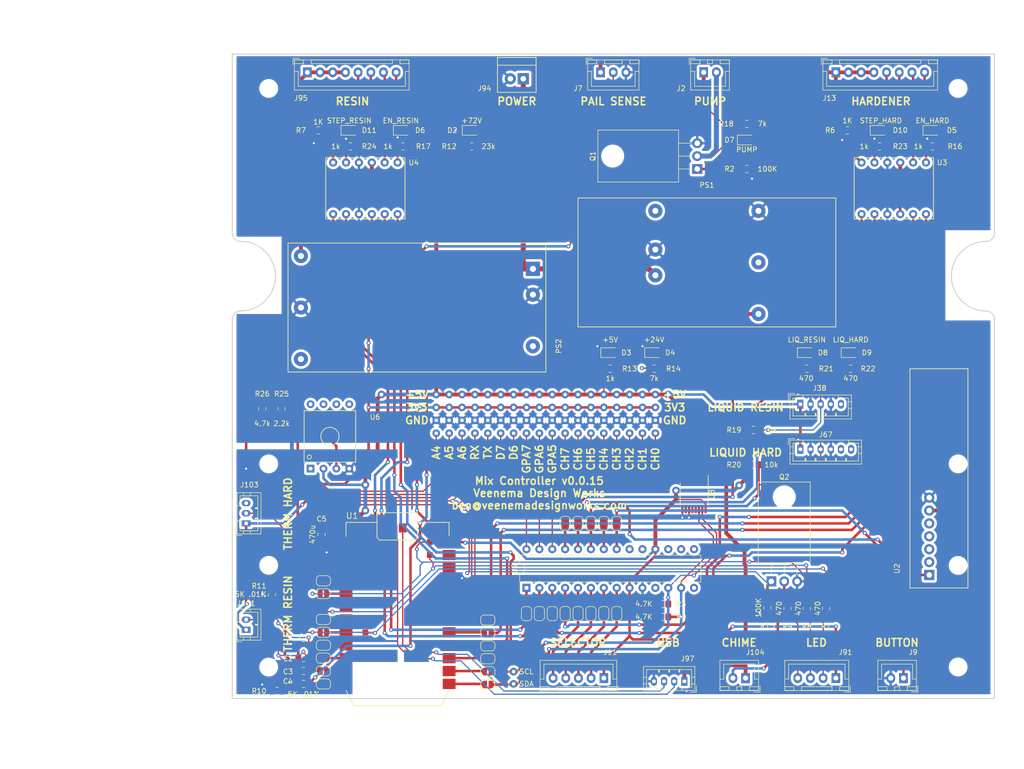
<source format=kicad_pcb>
(kicad_pcb (version 20221018) (generator pcbnew)
  (layers (0 "F.Cu" signal) (31 "B.Cu" signal) (34 "B.Paste" user) (35 "F.Paste" user) (36 "B.SilkS" user "B.Silkscreen") (37 "F.SilkS" user "F.Silkscreen") (38 "B.Mask" user) (39 "F.Mask" user) (44 "Edge.Cuts" user))
  (net 0 "")
  (net 1 "+24V")
  (net 2 "+5V")
  (net 3 "/PAIL_SNS")
  (net 4 "GND")
  (net 5 "/USER_BUTTON")
  (net 6 "+3V3")
  (net 7 "/ROTARY_1")
  (net 8 "/ROTARY_2")
  (net 9 "/ROTARY_3")
  (net 10 "/ROTARY_4")
  (net 11 "Net-(J13-Pad8)")
  (net 12 "Net-(J13-Pad7)")
  (net 13 "Net-(J13-Pad6)")
  (net 14 "Net-(J13-Pad5)")
  (net 15 "Net-(J42-Pad1)")
  (net 16 "Net-(J44-Pad1)")
  (net 17 "Net-(J72-Pad1)")
  (net 18 "Net-(J73-Pad1)")
  (net 19 "Net-(J74-Pad1)")
  (net 20 "Net-(J75-Pad1)")
  (net 21 "Net-(J76-Pad1)")
  (net 22 "Net-(J77-Pad1)")
  (net 23 "Net-(J78-Pad1)")
  (net 24 "Net-(J79-Pad1)")
  (net 25 "Net-(J80-Pad1)")
  (net 26 "Net-(J81-Pad1)")
  (net 27 "Net-(J82-Pad1)")
  (net 28 "Net-(J83-Pad1)")
  (net 29 "Net-(J84-Pad1)")
  (net 30 "Net-(J91-Pad2)")
  (net 31 "Net-(J91-Pad3)")
  (net 32 "+72V")
  (net 33 "Net-(J95-Pad5)")
  (net 34 "Net-(J95-Pad6)")
  (net 35 "Net-(J95-Pad7)")
  (net 36 "Net-(J95-Pad8)")
  (net 37 "/USB(+)")
  (net 38 "/USB(-)")
  (net 39 "/STATUS_LED_B")
  (net 40 "Net-(JP1-Pad2)")
  (net 41 "Net-(JP2-Pad2)")
  (net 42 "/STATUS_LED_G")
  (net 43 "Net-(JP3-Pad2)")
  (net 44 "/STATUS_LED_R")
  (net 45 "Net-(JP4-Pad2)")
  (net 46 "/PRESS_SNS")
  (net 47 "Net-(JP5-Pad2)")
  (net 48 "Net-(JP6-Pad2)")
  (net 49 "/RESIN_ENABLE")
  (net 50 "/RESIN_HLFB")
  (net 51 "Net-(JP7-Pad2)")
  (net 52 "/HARDENER_ENABLE")
  (net 53 "Net-(JP8-Pad2)")
  (net 54 "Net-(JP9-Pad2)")
  (net 55 "/HARDENER_HLFB")
  (net 56 "Net-(JP10-Pad2)")
  (net 57 "Net-(JP11-Pad2)")
  (net 58 "Net-(JP12-Pad2)")
  (net 59 "Net-(JP13-Pad2)")
  (net 60 "/PUMP_EN")
  (net 61 "Net-(JP14-Pad2)")
  (net 62 "Net-(JP15-Pad2)")
  (net 63 "/USER_REMOTE")
  (net 64 "Net-(JP16-Pad2)")
  (net 65 "Net-(JP17-Pad2)")
  (net 66 "Net-(JP18-Pad1)")
  (net 67 "Net-(JP19-Pad1)")
  (net 68 "Net-(JP20-Pad1)")
  (net 69 "Net-(JP21-Pad1)")
  (net 70 "/SCL")
  (net 71 "Net-(JP22-Pad1)")
  (net 72 "Net-(JP23-Pad1)")
  (net 73 "/SDA")
  (net 74 "Net-(U1-Pad25)")
  (net 75 "Net-(U1-Pad26)")
  (net 76 "Net-(U1-Pad22)")
  (net 77 "Net-(U1-Pad23)")
  (net 78 "Net-(U7-Pad15)")
  (net 79 "Net-(U7-Pad16)")
  (net 80 "Net-(U7-Pad17)")
  (net 81 "Net-(U7-Pad19)")
  (net 82 "Net-(U7-Pad20)")
  (net 83 "Net-(U8-Pad10)")
  (net 84 "Net-(U8-Pad12)")
  (net 85 "Net-(U8-Pad13)")
  (net 86 "Net-(PS1-Pad3)")
  (net 87 "Net-(PS2-Pad6)")
  (net 88 "Net-(PS2-Pad4)")
  (net 89 "Net-(U2-Pad2)")
  (net 90 "Net-(U2-Pad3)")
  (net 91 "Net-(U2-Pad4)")
  (net 92 "Net-(U2-Pad5)")
  (net 93 "Net-(U6-Pad1)")
  (net 94 "Net-(U6-Pad5)")
  (net 95 "Net-(U6-Pad6)")
  (net 96 "Net-(U6-Pad7)")
  (net 97 "Net-(U6-Pad8)")
  (net 98 "/THERM_HARDENER")
  (net 99 "Net-(JP24-Pad2)")
  (net 100 "Net-(JP25-Pad2)")
  (net 101 "/THERM_RESIN")
  (net 102 "Net-(U7-Pad11)")
  (net 103 "Net-(U7-Pad14)")
  (net 104 "Net-(J103-Pad3)")
  (net 105 "Net-(J91-Pad4)")
  (net 106 "Net-(D7-Pad1)")
  (net 107 "/CHIME")
  (net 108 "Net-(J104-Pad2)")
  (net 109 "/LIQUID_SNS_RESIN")
  (net 110 "/HARDENER_INPUT_STEP")
  (net 111 "/HARDENER_INPUT_DIR")
  (net 112 "/RESIN_INPUT_STEP")
  (net 113 "/RESIN_INPUT_DIR")
  (net 114 "Net-(JP26-Pad2)")
  (net 115 "Net-(JP27-Pad2)")
  (net 116 "/LIQUID_SNS_HARDENER")
  (net 117 "Net-(D8-Pad1)")
  (net 118 "Net-(D9-Pad1)")
  (net 119 "Net-(D2-Pad2)")
  (net 120 "Net-(D3-Pad2)")
  (net 121 "Net-(D4-Pad2)")
  (net 122 "Net-(D5-Pad2)")
  (net 123 "Net-(D6-Pad2)")
  (net 124 "Net-(D7-Pad2)")
  (net 125 "Net-(D10-Pad2)")
  (net 126 "Net-(D11-Pad2)")
  (net 127 "Net-(J38-Pad5)")
  (net 128 "Net-(J67-Pad5)")
  (net 129 "Net-(J67-Pad6)")
  (net 130 "Net-(PS1-Pad5)")
  (net 131 "Net-(R25-Pad1)")
  (footprint "Connector_JST:JST_XH_B03B-XH-A_1x03_P2.50mm_Vertical" (layer "F.Cu") (at 150.495 33.655)
    (fp_text reference "J7")
    (fp_text value "B3B-XH-A(LF)(SN)")
  )
  (footprint "Connector_JST:JST_XH_B02B-XH-A_1x02_P2.50mm_Vertical" (layer "F.Cu") (at 170.815 33.655)
    (fp_text reference "J2")
    (fp_text value "B2B-XH-A(LF)(SN)")
  )
  (footprint "Package_TO_SOT_THT:TO-220-3_Horizontal_TabDown" (layer "F.Cu") (at 169.545 52.705 90)
    (fp_text reference "Q1")
    (fp_text value "Q_NMOS_GDS")
  )
  (footprint "Jumper:SolderJumper-2_P1.3mm_Open_RoundedPad1.0x1.5mm" (layer "F.Cu") (at 146.05 122.555 -90)
    (fp_text reference "JP17" hide)
    (fp_text value "~")
  )
  (footprint "Jumper:SolderJumper-2_P1.3mm_Open_RoundedPad1.0x1.5mm" (layer "F.Cu") (at 151.13 122.555 -90)
    (fp_text reference "JP15" hide)
    (fp_text value "~")
  )
  (footprint "Jumper:SolderJumper-2_P1.3mm_Open_RoundedPad1.0x1.5mm" (layer "F.Cu") (at 153.67 140.335 90)
    (fp_text reference "JP13" hide)
    (fp_text value "~")
  )
  (footprint "Jumper:SolderJumper-2_P1.3mm_Open_RoundedPad1.0x1.5mm" (layer "F.Cu") (at 140.97 140.335 90)
    (fp_text reference "JP8" hide)
    (fp_text value "~")
  )
  (footprint "Jumper:SolderJumper-2_P1.3mm_Open_RoundedPad1.0x1.5mm" (layer "F.Cu") (at 138.43 140.335 90)
    (fp_text reference "JP7" hide)
    (fp_text value "~")
  )
  (footprint "Jumper:SolderJumper-2_P1.3mm_Open_RoundedPad1.0x1.5mm" (layer "F.Cu") (at 135.89 140.335 90)
    (fp_text reference "JP6" hide)
    (fp_text value "~")
  )
  (footprint "Connector_JST:JST_XH_B08B-XH-A_1x08_P2.50mm_Vertical" (layer "F.Cu") (at 196.85 33.655)
    (fp_text reference "J13")
    (fp_text value "B8B-XH-A(LF)(SN)" hide)
  )
  (footprint "Connector_JST:JST_XH_B05B-XH-A_1x05_P2.50mm_Vertical" (layer "F.Cu") (at 151.13 153.035 180)
    (fp_text reference "J11")
    (fp_text value "B5B-XH-A(LF)(SN)" hide)
  )
  (footprint "Connector_JST:JST_XH_B02B-XH-A_1x02_P2.50mm_Vertical" (layer "F.Cu") (at 210.185 153.035 180)
    (fp_text reference "J9")
    (fp_text value "B2B-XH-A(LF)(SN)")
  )
  (footprint "Connector_JST:JST_XH_B08B-XH-A_1x08_P2.50mm_Vertical" (layer "F.Cu") (at 92.71 33.655)
    (fp_text reference "J95")
    (fp_text value "B8B-XH-A(LF)(SN)" hide)
  )
  (footprint "Connector_JST:JST_XH_B04B-XH-A_1x04_P2.50mm_Vertical" (layer "F.Cu") (at 196.85 153.035 180)
    (fp_text reference "J91")
    (fp_text value "B4B-XH-A(LF)(SN)" hide)
  )
  (footprint "Jumper:SolderJumper-2_P1.3mm_Open_RoundedPad1.0x1.5mm" (layer "F.Cu") (at 148.59 140.335 90)
    (fp_text reference "JP11" hide)
    (fp_text value "~")
  )
  (footprint "Jumper:SolderJumper-2_P1.3mm_Open_RoundedPad1.0x1.5mm" (layer "F.Cu") (at 146.05 140.335 90)
    (fp_text reference "JP10" hide)
    (fp_text value "~")
  )
  (footprint "Local:ConnectorPoint_THT_D1.5mm_Drill-0.7mm" (layer "F.Cu") (at 138.43 97.155 90)
    (fp_text reference "J40")
    (fp_text value "~")
  )
  (footprint "Local:ConnectorPoint_THT_D1.5mm_Drill-0.7mm" (layer "F.Cu") (at 135.89 97.155 90)
    (fp_text reference "J41")
    (fp_text value "~")
  )
  (footprint "Local:ConnectorPoint_THT_D1.5mm_Drill-0.7mm" (layer "F.Cu") (at 138.43 99.695 90)
    (fp_text reference "J57")
    (fp_text value "~")
  )
  (footprint "Local:ConnectorPoint_THT_D1.5mm_Drill-0.7mm" (layer "F.Cu") (at 135.89 99.695 90)
    (fp_text reference "J58")
    (fp_text value "~")
  )
  (footprint "Local:ConnectorPoint_THT_D1.5mm_Drill-0.7mm" (layer "F.Cu") (at 138.43 102.235 90)
    (fp_text reference "J69")
    (fp_text value "~")
  )
  (footprint "Local:ConnectorPoint_THT_D1.5mm_Drill-0.7mm" (layer "F.Cu") (at 135.89 102.235 90)
    (fp_text reference "J70")
    (fp_text value "~")
  )
  (footprint "Local:ConnectorPoint_THT_D1.5mm_Drill-0.7mm" (layer "F.Cu") (at 138.43 104.775 90)
    (fp_text reference "J73")
    (fp_text value "~")
  )
  (footprint "Local:ConnectorPoint_THT_D1.5mm_Drill-0.7mm" (layer "F.Cu") (at 135.89 104.775 90)
    (fp_text reference "J74")
    (fp_text value "~")
  )
  (footprint "Jumper:SolderJumper-2_P1.3mm_Open_RoundedPad1.0x1.5mm" (layer "F.Cu") (at 128.27 154.305)
    (fp_text reference "JP23" hide)
    (fp_text value "~")
  )
  (footprint "Jumper:SolderJumper-2_P1.3mm_Open_RoundedPad1.0x1.5mm" (layer "F.Cu") (at 128.27 151.765)
    (fp_text reference "JP22" hide)
    (fp_text value "~")
  )
  (footprint "Jumper:SolderJumper-2_P1.3mm_Open_RoundedPad1.0x1.5mm" (layer "F.Cu") (at 128.27 149.225)
    (fp_text reference "JP21" hide)
    (fp_text value "~")
  )
  (footprint "Jumper:SolderJumper-2_P1.3mm_Open_RoundedPad1.0x1.5mm" (layer "F.Cu") (at 128.27 146.685)
    (fp_text reference "JP20" hide)
    (fp_text value "~")
  )
  (footprint "Jumper:SolderJumper-2_P1.3mm_Open_RoundedPad1.0x1.5mm" (layer "F.Cu") (at 128.27 144.145)
    (fp_text reference "JP19" hide)
    (fp_text value "~")
  )
  (footprint "Jumper:SolderJumper-2_P1.3mm_Open_RoundedPad1.0x1.5mm" (layer "F.Cu") (at 128.27 141.605)
    (fp_text reference "JP18" hide)
    (fp_text value "~")
  )
  (footprint "Jumper:SolderJumper-2_P1.3mm_Open_RoundedPad1.0x1.5mm" (layer "F.Cu") (at 95.87 154.178)
    (fp_text reference "JP5" hide)
    (fp_text value "~")
  )
  (footprint "Jumper:SolderJumper-2_P1.3mm_Open_RoundedPad1.0x1.5mm" (layer "F.Cu") (at 95.87 151.638)
    (fp_text reference "JP4" hide)
    (fp_text value "~")
  )
  (footprint "Jumper:SolderJumper-2_P1.3mm_Open_RoundedPad1.0x1.5mm" (layer "F.Cu") (at 95.87 144.018)
    (fp_text reference "JP3" hide)
    (fp_text value "~")
  )
  (footprint "Jumper:SolderJumper-2_P1.3mm_Open_RoundedPad1.0x1.5mm" (layer "F.Cu") (at 95.87 141.478)
    (fp_text reference "JP2" hide)
    (fp_text value "~")
  )
  (footprint "Package_SO:TSSOP-16_4.4x5mm_P0.65mm" (layer "F.Cu") (at 168.91 116.84 -90)
    (fp_text reference "U8")
    (fp_text value "ADS7830")
  )
  (footprint "Package_DIP:DIP-28_W7.62mm" (layer "F.Cu") (at 135.89 135.255 90)
    (fp_text reference "U7")
    (fp_text value "MCP23017_SP")
  )
  (footprint "Jumper:SolderJumper-2_P1.3mm_Open_RoundedPad1.0x1.5mm" (layer "F.Cu") (at 153.67 122.555 -90)
    (fp_text reference "JP14" hide)
    (fp_text value "~")
  )
  (footprint "Jumper:SolderJumper-2_P1.3mm_Open_RoundedPad1.0x1.5mm" (layer "F.Cu") (at 151.13 140.335 90)
    (fp_text reference "JP12" hide)
    (fp_text value "~")
  )
  (footprint "Jumper:SolderJumper-2_P1.3mm_Open_RoundedPad1.0x1.5mm" (layer "F.Cu") (at 143.51 140.335 90)
    (fp_text reference "JP9" hide)
    (fp_text value "~")
  )
  (footprint "Jumper:SolderJumper-2_P1.3mm_Open_RoundedPad1.0x1.5mm" (layer "F.Cu") (at 148.59 122.555 -90)
    (fp_text reference "JP16" hide)
    (fp_text value "~")
  )
  (footprint "Local:ConnectorPoint_THT_D1.5mm_Drill-0.7mm" (layer "F.Cu") (at 140.97 104.775 90)
    (fp_text reference "J72")
    (fp_text value "~")
  )
  (footprint "Local:ConnectorPoint_THT_D1.5mm_Drill-0.7mm" (layer "F.Cu") (at 140.97 102.235 90)
    (fp_text reference "J68")
    (fp_text value "~")
  )
  (footprint "Local:ConnectorPoint_THT_D1.5mm_Drill-0.7mm" (layer "F.Cu") (at 140.97 99.695 90)
    (fp_text reference "J56")
    (fp_text value "~")
  )
  (footprint "Local:ConnectorPoint_THT_D1.5mm_Drill-0.7mm" (layer "F.Cu") (at 140.97 97.155 90)
    (fp_text reference "J39")
    (fp_text value "~")
  )
  (footprint "Local:ConnectorPoint_THT_D1.5mm_Drill-0.7mm" (layer "F.Cu") (at 120.65 104.775 -90)
    (fp_text reference "J45")
    (fp_text value "~")
  )
  (footprint "Local:ConnectorPoint_THT_D1.5mm_Drill-0.7mm" (layer "F.Cu") (at 123.19 104.775 -90)
    (fp_text reference "J44")
    (fp_text value "~")
  )
  (footprint "Local:ConnectorPoint_THT_D1.5mm_Drill-0.7mm" (layer "F.Cu") (at 128.27 104.775 -90)
    (fp_text reference "J42")
    (fp_text value "~")
  )
  (footprint "Local:ConnectorPoint_THT_D1.5mm_Drill-0.7mm" (layer "F.Cu") (at 133.35 97.155 90)
    (fp_text reference "J90")
    (fp_text value "~")
  )
  (footprint "Local:ConnectorPoint_THT_D1.5mm_Drill-0.7mm" (layer "F.Cu") (at 133.35 99.695 90)
    (fp_text reference "J88")
    (fp_text value "~")
  )
  (footprint "Local:ConnectorPoint_THT_D1.5mm_Drill-0.7mm" (layer "F.Cu") (at 133.35 102.235 90)
    (fp_text reference "J86")
    (fp_text value "~")
  )
  (footprint "Local:ConnectorPoint_THT_D1.5mm_Drill-0.7mm" (layer "F.Cu") (at 133.35 104.775 90)
    (fp_text reference "J84")
    (fp_text value "~")
  )
  (footprint "Local:ConnectorPoint_THT_D1.5mm_Drill-0.7mm" (layer "F.Cu") (at 120.65 102.235 -90)
    (fp_text reference "J28")
    (fp_text value "~")
  )
  (footprint "Local:ConnectorPoint_THT_D1.5mm_Drill-0.7mm" (layer "F.Cu") (at 123.19 102.235 -90)
    (fp_text reference "J27")
    (fp_text value "~")
  )
  (footprint "Local:ConnectorPoint_THT_D1.5mm_Drill-0.7mm" (layer "F.Cu") (at 128.27 102.235 -90)
    (fp_text reference "J25")
    (fp_text value "~")
  )
  (footprint "Local:ConnectorPoint_THT_D1.5mm_Drill-0.7mm" (layer "F.Cu") (at 120.65 99.695 -90)
    (fp_text reference "J23")
    (fp_text value "~")
  )
  (footprint "Local:ConnectorPoint_THT_D1.5mm_Drill-0.7mm" (layer "F.Cu") (at 123.19 99.695 -90)
    (fp_text reference "J22")
    (fp_text value "~")
  )
  (footprint "Local:ConnectorPoint_THT_D1.5mm_Drill-0.7mm" (layer "F.Cu") (at 128.27 99.695 -90)
    (fp_text reference "J20")
    (fp_text value "~")
  )
  (footprint "Local:ConnectorPoint_THT_D1.5mm_Drill-0.7mm" (layer "F.Cu") (at 120.65 97.155 -90)
    (fp_text reference "J18")
    (fp_text value "~")
  )
  (footprint "Local:ConnectorPoint_THT_D1.5mm_Drill-0.7mm" (layer "F.Cu") (at 123.19 97.155 -90)
    (fp_text reference "J17")
    (fp_text value "~")
  )
  (footprint "Local:ConnectorPoint_THT_D1.5mm_Drill-0.7mm" (layer "F.Cu") (at 128.27 97.155 -90)
    (fp_text reference "J15")
    (fp_text value "~")
  )
  (footprint "Local:ConnectorPoint_THT_D1.5mm_Drill-0.7mm" (layer "F.Cu") (at 118.11 104.775 -90)
    (fp_text reference "J46")
    (fp_text value "~")
  )
  (footprint "Local:ConnectorPoint_THT_D1.5mm_Drill-0.7mm" (layer "F.Cu") (at 118.11 102.235 -90)
    (fp_text reference "J29")
    (fp_text value "~")
  )
  (footprint "Local:ConnectorPoint_THT_D1.5mm_Drill-0.7mm" (layer "F.Cu") (at 118.11 99.695 -90)
    (fp_text reference "J24")
    (fp_text value "~")
  )
  (footprint "Local:ConnectorPoint_THT_D1.5mm_Drill-0.7mm" (layer "F.Cu") (at 118.11 97.155 -90)
    (fp_text reference "J19")
    (fp_text value "~")
  )
  (footprint "Local:ConnectorPoint_THT_D1.5mm_Drill-0.7mm" (layer "F.Cu") (at 125.73 104.775 -90)
    (fp_text reference "J43")
    (fp_text value "~")
  )
  (footprint "Local:ConnectorPoint_THT_D1.5mm_Drill-0.7mm" (layer "F.Cu") (at 125.73 102.235 -90)
    (fp_text reference "J26")
    (fp_text value "~")
  )
  (footprint "Local:ConnectorPoint_THT_D1.5mm_Drill-0.7mm" (layer "F.Cu") (at 125.73 99.695 -90)
    (fp_text reference "J21")
    (fp_text value "~")
  )
  (footprint "Local:ConnectorPoint_THT_D1.5mm_Drill-0.7mm" (layer "F.Cu") (at 125.73 97.155 -90)
    (fp_text reference "J16")
    (fp_text value "~")
  )
  (footprint "Local:ConnectorPoint_THT_D1.5mm_Drill-0.7mm" (layer "F.Cu") (at 130.81 97.155 90)
    (fp_text reference "J89")
    (fp_text value "~")
  )
  (footprint "Local:ConnectorPoint_THT_D1.5mm_Drill-0.7mm" (layer "F.Cu") (at 130.81 99.695 90)
    (fp_text reference "J87")
    (fp_text value "~")
  )
  (footprint "Local:ConnectorPoint_THT_D1.5mm_Drill-0.7mm" (layer "F.Cu") (at 130.81 102.235 90)
    (fp_text reference "J85")
    (fp_text value "~")
  )
  (footprint "Local:ConnectorPoint_THT_D1.5mm_Drill-0.7mm" (layer "F.Cu") (at 130.81 104.775 180)
    (fp_text reference "J83")
    (fp_text value "~")
  )
  (footprint "Jumper:SolderJumper-2_P1.3mm_Open_RoundedPad1.0x1.5mm" (layer "F.Cu") (at 95.87 146.558)
    (fp_text reference "JP24" hide)
    (fp_text value "~")
  )
  (footprint "Jumper:SolderJumper-2_P1.3mm_Open_RoundedPad1.0x1.5mm" (layer "F.Cu") (at 95.87 149.098)
    (fp_text reference "JP25" hide)
    (fp_text value "~")
  )
  (footprint "Resistor_SMD:R_0805_2012Metric_Pad1.15x1.40mm_HandSolder" (layer "F.Cu") (at 86.75 155.575 180)
    (fp_text reference "R10")
    (fp_text value "5K .01%")
  )
  (footprint "Connector_JST:JST_PH_B2B-PH-K_1x02_P2.00mm_Vertical" (layer "F.Cu") (at 80.645 143.51 90)
    (fp_text reference "J101")
    (fp_text value "B2B-PH-K-S(LF)(SN)" hide)
  )
  (footprint "Connector_JST:JST_PH_B3B-PH-K_1x03_P2.00mm_Vertical" (layer "F.Cu") (at 80.645 122.555 90)
    (fp_text reference "J103")
    (fp_text value "B3B-PH-K-S(LF)(SN)")
  )
  (footprint "Resistor_SMD:R_0805_2012Metric_Pad1.15x1.40mm_HandSolder" (layer "F.Cu") (at 85.725 136.6176 90)
    (fp_text reference "R11")
    (fp_text value "5K .01%")
  )
  (footprint "MountingHole:MountingHole_3.2mm_M3_ISO7380" (layer "F.Cu") (at 85.09 150.876)
    (fp_text reference "REF**" hide)
    (fp_text value "MountingHole_3.2mm_M3_ISO7380" hide)
  )
  (footprint "MountingHole:MountingHole_3.2mm_M3_ISO7380" (layer "F.Cu") (at 85.09 130.81)
    (fp_text reference "REF**" hide)
    (fp_text value "MountingHole_3.2mm_M3_ISO7380" hide)
  )
  (footprint "MountingHole:MountingHole_3.2mm_M3_ISO7380" (layer "F.Cu") (at 85.09 110.8202)
    (fp_text reference "REF**" hide)
    (fp_text value "MountingHole_3.2mm_M3_ISO7380" hide)
  )
  (footprint "MountingHole:MountingHole_3.2mm_M3_ISO7380" (layer "F.Cu") (at 85.09 36.83)
    (fp_text reference "REF**" hide)
    (fp_text value "MountingHole_3.2mm_M3_ISO7380" hide)
  )
  (footprint "MountingHole:MountingHole_3.2mm_M3_ISO7380" (layer "F.Cu") (at 220.9546 36.83)
    (fp_text reference "REF**" hide)
    (fp_text value "MountingHole_3.2mm_M3_ISO7380" hide)
  )
  (footprint "MountingHole:MountingHole_3.2mm_M3_ISO7380" (layer "F.Cu") (at 220.9546 150.8506)
    (fp_text reference "REF**" hide)
    (fp_text value "MountingHole_3.2mm_M3_ISO7380" hide)
  )
  (footprint "MountingHole:MountingHole_3.2mm_M3_ISO7380" (layer "F.Cu") (at 220.9546 130.8354)
    (fp_text reference "REF**" hide)
    (fp_text value "MountingHole_3.2mm_M3_ISO7380" hide)
  )
  (footprint "MountingHole:MountingHole_3.2mm_M3_ISO7380" (layer "F.Cu") (at 220.9546 110.8202)
    (fp_text reference "REF**" hide)
    (fp_text value "MountingHole_3.2mm_M3_ISO7380")
  )
  (footprint "Resistor_SMD:R_0805_2012Metric_Pad1.15x1.40mm_HandSolder" (layer "F.Cu") (at 111.515 48.26)
    (fp_text reference "R17")
    (fp_text value "1k")
  )
  (footprint "Capacitor_SMD:C_0805_2012Metric_Pad1.15x1.40mm_HandSolder" (layer "F.Cu") (at 91.948 149.098)
    (fp_text reference "C2")
    (fp_text value "0.1u")
  )
  (footprint "Capacitor_SMD:C_0805_2012Metric_Pad1.15x1.40mm_HandSolder" (layer "F.Cu") (at 91.948 151.638)
    (fp_text reference "C3")
    (fp_text value "0.1u")
  )
  (footprint "Capacitor_SMD:C_0805_2012Metric_Pad1.15x1.40mm_HandSolder" (layer "F.Cu") (at 95.504 124.714 90)
    (fp_text reference "C5")
    (fp_text value "470u")
  )
  (footprint "Connector_JST:JST_XH_B02B-XH-A_1x02_P2.50mm_Vertical" (layer "F.Cu") (at 179.07 153.035 180)
    (fp_text reference "J104")
    (fp_text value "B2B-XH-A(LF)(SN)" hide)
  )
  (footprint "Jumper:SolderJumper-2_P1.3mm_Open_RoundedPad1.0x1.5mm" (layer "F.Cu") (at 143.51 122.555 -90)
    (fp_text reference "JP27" hide)
    (fp_text value "~")
  )
  (footprint "Resistor_SMD:R_0805_2012Metric_Pad1.15x1.40mm_HandSolder" (layer "F.Cu") (at 180.585 104.14)
    (fp_text reference "R19")
    (fp_text value "10k")
  )
  (footprint "Resistor_SMD:R_0805_2012Metric_Pad1.15x1.40mm_HandSolder" (layer "F.Cu") (at 180.603 110.998)
    (fp_text reference "R20")
    (fp_text value "10k")
  )
  (footprint "Resistor_SMD:R_0805_2012Metric_Pad1.15x1.40mm_HandSolder" (layer "F.Cu") (at 191.135 92.075 180)
    (fp_text reference "R21")
    (fp_text value "470")
  )
  (footprint "Resistor_SMD:R_0805_2012Metric_Pad1.15x1.40mm_HandSolder" (layer "F.Cu") (at 199.78 92.075 180)
    (fp_text reference "R22")
    (fp_text value "470")
  )
  (footprint "TestPoint:TestPoint_THTPad_D1.5mm_Drill0.7mm" (layer "F.Cu") (at 133.35 154.178)
    (fp_text reference "TP2" hide)
    (fp_text value "SDA")
  )
  (footprint "LED_SMD:LED_0805_2012Metric_Pad1.15x1.40mm_HandSolder" (layer "F.Cu") (at 125.095 45.085)
    (fp_text reference "D2")
    (fp_text value "+72V")
  )
  (footprint "LED_SMD:LED_0805_2012Metric_Pad1.15x1.40mm_HandSolder" (layer "F.Cu") (at 152.4 88.9)
    (fp_text reference "D3")
    (fp_text value "+5V")
  )
  (footprint "LED_SMD:LED_0805_2012Metric_Pad1.15x1.40mm_HandSolder" (layer "F.Cu") (at 161.045 88.891)
    (fp_text reference "D4")
    (fp_text value "+24V")
  )
  (footprint "LED_SMD:LED_0805_2012Metric_Pad1.15x1.40mm_HandSolder" (layer "F.Cu") (at 215.9 45.085)
    (fp_text reference "D5")
    (fp_text value "EN_HARD")
  )
  (footprint "LED_SMD:LED_0805_2012Metric_Pad1.15x1.40mm_HandSolder" (layer "F.Cu") (at 111.515 45.085)
    (fp_text reference "D6")
    (fp_text value "EN_RESIN")
  )
  (footprint "LED_SMD:LED_0805_2012Metric_Pad1.15x1.40mm_HandSolder" (layer "F.Cu") (at 191.135 88.9)
    (fp_text reference "D8")
    (fp_text value "LIQ_RESIN")
  )
  (footprint "LED_SMD:LED_0805_2012Metric_Pad1.15x1.40mm_HandSolder" (layer "F.Cu") (at 199.78 88.9)
    (fp_text reference "D9")
    (fp_text value "LIQ_HARD")
  )
  (footprint "Resistor_SMD:R_0805_2012Metric_Pad1.15x1.40mm_HandSolder" (layer "F.Cu") (at 125.104 48.26 180)
    (fp_text reference "R12")
    (fp_text value "23k")
  )
  (footprint "Resistor_SMD:R_0805_2012Metric_Pad1.15x1.40mm_HandSolder" (layer "F.Cu") (at 152.4 92.075)
    (fp_text reference "R13")
    (fp_text value "1k")
  )
  (footprint "Resistor_SMD:R_0805_2012Metric_Pad1.15x1.40mm_HandSolder" (layer "F.Cu") (at 161.054 92.066 180)
    (fp_text reference "R14")
    (fp_text value "7k")
  )
  (footprint "Resistor_SMD:R_0805_2012Metric_Pad1.15x1.40mm_HandSolder" (layer "F.Cu") (at 215.9 48.26)
    (fp_text reference "R16")
    (fp_text value "1k")
  )
  (footprint "Resistor_SMD:R_0805_2012Metric_Pad1.15x1.40mm_HandSolder" (layer "F.Cu") (at 205.495 48.26)
    (fp_text reference "R23")
    (fp_text value "1k")
  )
  (footprint "LED_SMD:LED_0805_2012Metric_Pad1.15x1.40mm_HandSolder" (layer "F.Cu") (at 205.495 45.085)
    (fp_text reference "D10")
    (fp_text value "STEP_HARD")
  )
  (footprint "Resistor_SMD:R_0805_2012Metric_Pad1.15x1.40mm_HandSolder" (layer "F.Cu") (at 101.21 48.26)
    (fp_text reference "R24")
    (fp_text value "1k")
  )
  (footprint "Connector_JST:JST_PH_B6B-PH-K_1x06_P2.00mm_Vertical" (layer "F.Cu") (at 189.865 107.95)
    (fp_text reference "J67")
    (fp_text value "B6B-PH-K-S(LF)(SN)")
  )
  (footprint "TestPoint:TestPoint_THTPad_D1.5mm_Drill0.7mm" (layer "F.Cu") (at 133.35 151.765)
    (fp_text reference "TP1" hide)
    (fp_text value "SCL")
  )
  (footprint "Local:ConnectorPoint_THT_D1.5mm_Drill-0.7mm" (layer "F.Cu") (at 161.29 97.155 90)
    (fp_text reference "J30")
    (fp_text value "~")
  )
  (footprint "Local:ConnectorPoint_THT_D1.5mm_Drill-0.7mm" (layer "F.Cu") (at 158.75 97.155 90)
    (fp_text reference "J31")
    (fp_text value "~")
  )
  (footprint "Local:ConnectorPoint_THT_D1.5mm_Drill-0.7mm" (layer "F.Cu") (at 156.21 97.155 90)
    (fp_text reference "J32")
    (fp_text value "~")
  )
  (footprint "Local:ConnectorPoint_THT_D1.5mm_Drill-0.7mm" (layer "F.Cu") (at 153.67 97.155 90)
    (fp_text reference "J33")
    (fp_text value "~")
  )
  (footprint "Local:ConnectorPoint_THT_D1.5mm_Drill-0.7mm" (layer "F.Cu") (at 151.13 97.155 90)
    (fp_text reference "J34")
    (fp_text value "~")
  )
  (footprint "Local:ConnectorPoint_THT_D1.5mm_Drill-0.7mm" (layer "F.Cu") (at 148.59 97.155 90)
    (fp_text reference "J35")
    (fp_text value "~")
  )
  (footprint "Local:ConnectorPoint_THT_D1.5mm_Drill-0.7mm" (layer "F.Cu") (at 146.05 97.155 90)
    (fp_text reference "J36")
    (fp_text value "~")
  )
  (footprint "Local:ConnectorPoint_THT_D1.5mm_Drill-0.7mm" (layer "F.Cu") (at 143.51 97.155 90)
    (fp_text reference "J37")
    (fp_text value "~")
  )
  (footprint "Local:ConnectorPoint_THT_D1.5mm_Drill-0.7mm" (layer "F.Cu") (at 161.29 99.695 90)
    (fp_text reference "J47")
    (fp_text value "~")
  )
  (footprint "Local:ConnectorPoint_THT_D1.5mm_Drill-0.7mm" (layer "F.Cu") (at 158.75 99.695 90)
    (fp_text reference "J48")
    (fp_text value "~")
  )
  (footprint "Local:ConnectorPoint_THT_D1.5mm_Drill-0.7mm" (layer "F.Cu") (at 156.21 99.695 90)
    (fp_text reference "J49")
    (fp_text value "~")
  )
  (footprint "Local:ConnectorPoint_THT_D1.5mm_Drill-0.7mm" (layer "F.Cu") (at 153.67 99.695 90)
    (fp_text reference "J50")
    (fp_text value "~")
  )
  (footprint "Local:ConnectorPoint_THT_D1.5mm_Drill-0.7mm" (layer "F.Cu") (at 151.13 99.695 90)
    (fp_text reference "J51")
    (fp_text value "~")
  )
  (footprint "Local:ConnectorPoint_THT_D1.5mm_Drill-0.7mm" (layer "F.Cu") (at 148.59 99.695 90)
    (fp_text reference "J52")
    (fp_text value "~")
  )
  (footprint "Local:ConnectorPoint_THT_D1.5mm_Drill-0.7mm" (layer "F.Cu") (at 143.51 99.695 90)
    (fp_text reference "J54")
    (fp_text value "~")
  )
  (footprint "Local:ConnectorPoint_THT_D1.5mm_Drill-0.7mm" (layer "F.Cu") (at 146.05 99.695 90)
    (fp_text reference "J53")
    (fp_text value "~")
  )
  (footprint "Local:ConnectorPoint_THT_D1.5mm_Drill-0.7mm" (layer "F.Cu") (at 161.29 102.235 90)
    (fp_text reference "J59")
    (fp_text value "~")
  )
  (footprint "Local:ConnectorPoint_THT_D1.5mm_Drill-0.7mm" (layer "F.Cu") (at 158.75 102.235 90)
    (fp_text reference "J60")
    (fp_text value "~")
  )
  (footprint "Local:ConnectorPoint_THT_D1.5mm_Drill-0.7mm" (layer "F.Cu") (at 156.21 102.235 90)
    (fp_text reference "J61")
    (fp_text value "~")
  )
  (footprint "Local:ConnectorPoint_THT_D1.5mm_Drill-0.7mm" (layer "F.Cu") (at 153.67 102.235 90)
    (fp_text reference "J62")
    (fp_text value "~")
  )
  (footprint "Local:ConnectorPoint_THT_D1.5mm_Drill-0.7mm" (layer "F.Cu") (at 151.13 102.235 90)
    (fp_text reference "J63")
    (fp_text value "~")
  )
  (footprint "Local:ConnectorPoint_THT_D1.5mm_Drill-0.7mm" (layer "F.Cu") (at 148.59 102.235 90)
    (fp_text reference "J64")
    (fp_text value "~")
  )
  (footprint "Local:ConnectorPoint_THT_D1.5mm_Drill-0.7mm" (layer "F.Cu") (at 146.05 102.235 90)
    (fp_text reference "J65")
    (fp_text value "~")
  )
  (footprint "Local:ConnectorPoint_THT_D1.5mm_Drill-0.7mm" (layer "F.Cu") (at 143.51 102.235 90)
    (fp_text reference "J66")
    (fp_text value "~")
  )
  (footprint "Local:ConnectorPoint_THT_D1.5mm_Drill-0.7mm" (layer "F.Cu") (at 161.29 104.775 90)
    (fp_text reference "J75")
    (fp_text value "~")
  )
  (footprint "Local:ConnectorPoint_THT_D1.5mm_Drill-0.7mm" (layer "F.Cu") (at 158.75 104.775 90)
    (fp_text reference "J76")
    (fp_text value "~")
  )
  (footprint "Local:ConnectorPoint_THT_D1.5mm_Drill-0.7mm" (layer "F.Cu") (at 156.21 104.775 90)
    (fp_text reference "J77")
    (fp_text value "~")
  )
  (footprint "Local:ConnectorPoint_THT_D1.5mm_Drill-0.7mm" (layer "F.Cu") (at 153.67 104.775 90)
    (fp_text reference "J78")
    (fp_text value "~")
  )
  (footprint "Local:ConnectorPoint_THT_D1.5mm_Drill-0.7mm" (layer "F.Cu") (at 151.13 104.775 90)
    (fp_text reference "J79")
    (fp_text value "~")
  )
  (footprint "Local:ConnectorPoint_THT_D1.5mm_Drill-0.7mm" (layer "F.Cu") (at 148.59 104.775 90)
    (fp_text reference "J80")
    (fp_text value "~")
  )
  (footprint "Local:ConnectorPoint_THT_D1.5mm_Drill-0.7mm" (layer "F.Cu") (at 146.05 104.775 90)
    (fp_text reference "J81")
    (fp_text value "~")
  )
  (footprint "Local:ConnectorPoint_THT_D1.5mm_Drill-0.7mm" (layer "F.Cu") (at 143.51 104.775 90)
    (fp_text reference "J82")
    (fp_text value "~")
  )
  (footprint "Package_TO_SOT_THT:TO-220-3_Horizontal_TabDown" (layer "F.Cu") (at 184.15 133.985)
    (fp_text reference "Q2")
    (fp_text value "Q_NMOS_GDS")
  )
  (footprint "Resistor_SMD:R_0805_2012Metric_Pad1.15x1.40mm_HandSolder" (layer "F.Cu") (at 194.945 139.31 -90)
    (fp_text reference "R1")
    (fp_text value "470")
  )
  (footprint "Resistor_SMD:R_0805_2012Metric_Pad1.15x1.40mm_HandSolder" (layer "F.Cu") (at 162.805 138.43)
    (fp_text reference "R3")
    (fp_text value "4.7K")
  )
  (footprint "Resistor_SMD:R_0805_2012Metric_Pad1.15x1.40mm_HandSolder" (layer "F.Cu") (at 162.805 140.97)
    (fp_text reference "R4")
    (fp_text value "4.7K")
  )
  (footprint "Resistor_SMD:R_0805_2012Metric_Pad1.15x1.40mm_HandSolder" (layer "F.Cu") (at 94.86 45.085)
    (fp_text reference "R7")
    (fp_text value "1K")
  )
  (footprint "Resistor_SMD:R_0805_2012Metric_Pad1.15x1.40mm_HandSolder" (layer "F.Cu") (at 191.135 139.31 -90)
    (fp_text reference "R8")
    (fp_text value "470")
  )
  (footprint "Resistor_SMD:R_0805_2012Metric_Pad1.15x1.40mm_HandSolder" (layer "F.Cu") (at 187.325 139.31 -90)
    (fp_text reference "R9")
    (fp_text value "470")
  )
  (footprint "Resistor_SMD:R_0805_2012Metric_Pad1.15x1.40mm_HandSolder" (layer "F.Cu") (at 199.145 45.085)
    (fp_text reference "R6")
    (fp_text value "1K")
  )
  (footprint "Connector_JST:JST_PH_B4B-PH-K_1x04_P2.00mm_Vertical" (layer "F.Cu") (at 167.005 153.67 180)
    (fp_text reference "J97")
    (fp_text value "B4B-PH-K-S(LF)(SN)" hide)
  )
  (footprint "Connector_JST:JST_PH_B5B-PH-K_1x05_P2.00mm_Vertical" (layer "F.Cu") (at 189.865 99.06)
    (fp_text reference "J38")
    (fp_text value "B5B-PH-K-S(LF)(SN)")
  )
  (footprint "Resistor_SMD:R_0805_2012Metric_Pad1.15x1.40mm_HandSolder" (layer "F.Cu") (at 183.388 139.201 -90)
    (fp_text reference "R15")
    (fp_text value "100K")
  )
  (footprint "Capacitor_SMD:C_0805_2012Metric_Pad1.15x1.40mm_HandSolder" (layer "F.Cu") (at 91.948 146.558)
    (fp_text reference "C1")
    (fp_text value "0.1u")
  )
  (footprint "Jumper:SolderJumper-2_P1.3mm_Open_RoundedPad1.0x1.5mm" (layer "F.Cu") (at 95.87 133.858)
    (fp_text reference "JP26" hide)
    (fp_text value "~")
  )
  (footprint "Jumper:SolderJumper-2_P1.3mm_Open_RoundedPad1.0x1.5mm" (layer "F.Cu") (at 95.87 136.398)
    (fp_text reference "JP1" hide)
    (fp_text value "~")
  )
  (footprint "Capacitor_SMD:C_0805_2012Metric_Pad1.15x1.40mm_HandSolder" (layer "F.Cu") (at 91.948 154.178)
    (fp_text reference "C4")
    (fp_text value "0.1u")
  )
  (footprint "VDW-Modules:ERM01H110" (layer "F.Cu") (at 171.45 71.12)
    (fp_text reference "PS1")
    (fp_text value "ERM01H110")
  )
  (footprint "LED_SMD:LED_0805_2012Metric_Pad1.15x1.40mm_HandSolder" (layer "F.Cu") (at 101.21 45.085)
    (fp_text reference "D11")
    (fp_text value "STEP_RESIN")
  )
  (footprint "Resistor_SMD:R_0805_2012Metric_Pad1.15x1.40mm_HandSolder" (layer "F.Cu") (at 179.315 52.705)
    (fp_text reference "R2")
    (fp_text value "100K")
  )
  (footprint "Resistor_SMD:R_0805_2012Metric_Pad1.15x1.40mm_HandSolder" (layer "F.Cu") (at 179.315 43.815 180)
    (fp_text reference "R18")
    (fp_text value "7k")
  )
  (footprint "LED_SMD:LED_0805_2012Metric_Pad1.15x1.40mm_HandSolder" (layer "F.Cu") (at 179.315 46.99)
    (fp_text reference "D7")
    (fp_text value "PUMP")
  )
  (footprint "VDW-Modules:RSDW20_H" (layer "F.Cu") (at 114.3 80.01 90)
    (fp_text reference "PS2")
    (fp_text value "RSDW20H-05")
  )
  (footprint "VDW-Modules:HoneyWell_DIP_AN" (layer "F.Cu") (at 97.155 105.41)
    (fp_text reference "U6")
    (fp_text value "HSCDANN005PGAA5")
  )
  (footprint "Resistor_SMD:R_0805_2012Metric_Pad1.15x1.40mm_HandSolder" (layer "F.Cu") (at 87.63 99.94 -90)
    (fp_text reference "R25")
    (fp_text value "2.2k")
  )
  (footprint "Resistor_SMD:R_0805_2012Metric_Pad1.15x1.40mm_HandSolder" (layer "F.Cu") (at 83.82 99.94 90)
    (fp_text reference "R26")
    (fp_text value "4.7k")
  )
  (footprint "VDW-Modules:BOB-12_W10.16mm" (layer "F.Cu") (at 208.3475 56.4475)
    (fp_text reference "U3")
    (fp_text value "BOB-12009")
  )
  (footprint "VDW-Modules:BOB-12_W10.16mm" (layer "F.Cu") (at 104.2075 56.4475)
    (fp_text reference "U4")
    (fp_text value "BOB-12009")
  )
  (footprint "VDW-Particle:photon_smd" (layer "F.Cu") (at 100.33 122.345)
    (fp_text reference "U1")
    (fp_text value "Photon")
  )
  (footprint "VDW-Modules:SimpleRF_Receiver" (layer "F.Cu") (at 215.265 132.715 -90)
    (fp_text reference "U2")
    (fp_text value "Adafruit_1096")
  )
  (footprint "VDW-Connectors:Molex-705430001_02x2.54mm_Straight" (layer "F.Cu") (at 133.985 34.925)
    (fp_text reference "J94")
    (fp_text value "0705430001")
  )
  (gr_line (start 228.129152 157.064852) (end 228.129152 82.33) (stroke (width 0.2)) (layer "Edge.Cuts"))
  (gr_arc (start 226.4815 80.682348) (mid 219.629152 73.83) (end 226.4815 66.977652) (stroke (width 0.2)) (layer "Edge.Cuts"))
  (gr_line (start 77.915448 30.064852) (end 77.915448 65.33) (stroke (width 0.2)) (layer "Edge.Cuts"))
  (gr_line (start 228.129152 65.33) (end 228.129152 30.064852) (stroke (width 0.2)) (layer "Edge.Cuts"))
  (gr_line (start 228.129152 30.064852) (end 77.915448 30.064852) (stroke (width 0.2)) (layer "Edge.Cuts"))
  (gr_arc (start 79.5631 66.977652) (mid 78.398034 66.495066) (end 77.915448 65.33) (stroke (width 0.2)) (layer "Edge.Cuts"))
  (gr_arc (start 228.129152 65.33) (mid 227.646566 66.495066) (end 226.4815 66.977652) (stroke (width 0.2)) (layer "Edge.Cuts"))
  (gr_line (start 77.915448 157.064852) (end 228.129152 157.064852) (stroke (width 0.2)) (layer "Edge.Cuts"))
  (gr_arc (start 79.5631 66.977652) (mid 86.415448 73.83) (end 79.5631 80.682348) (stroke (width 0.2)) (layer "Edge.Cuts"))
  (gr_arc (start 226.4815 80.682348) (mid 227.646566 81.164934) (end 228.129152 82.33) (stroke (width 0.2)) (layer "Edge.Cuts"))
  (gr_line (start 77.915448 82.33) (end 77.915448 157.064852) (stroke (width 0.2)) (layer "Edge.Cuts"))
  (gr_arc (start 77.915448 82.33) (mid 78.398034 81.164934) (end 79.5631 80.682348) (stroke (width 0.2)) (layer "Edge.Cuts"))
  (gr_text "GND" (at 114.3 102.235) (layer "F.SilkS") (effects (font (size 1.5 1.5) (thickness 0.3))))
  (gr_text "3V3" (at 165.1 99.695) (layer "F.SilkS") (effects (font (size 1.5 1.5) (thickness 0.3))))
  (gr_text "+5V" (at 114.3 97.155) (layer "F.SilkS") (effects (font (size 1.5 1.5) (thickness 0.3))))
  (gr_text "PUMP" (at 172.085 39.37) (layer "F.SilkS") (effects (font (size 1.5 1.5) (thickness 0.3))))
  (gr_text "POWER" (at 133.985 39.37) (layer "F.SilkS") (effects (font (size 1.5 1.5) (thickness 0.3))))
  (gr_text "PAIL SENSE" (at 153.035 39.37) (layer "F.SilkS") (effects (font (size 1.5 1.5) (thickness 0.3))))
  (gr_text "CH0" (at 161.29 109.855 90) (layer "F.SilkS") (effects (font (size 1.5 1.5) (thickness 0.3))))
  (gr_text "CH7" (at 143.51 109.855 90) (layer "F.SilkS") (effects (font (size 1.5 1.5) (thickness 0.3))))
  (gr_text "GPA5" (at 140.97 109.855 90) (layer "F.SilkS") (effects (font (size 1.5 1.5) (thickness 0.3))))
  (gr_text "A5" (at 120.65 108.585 90) (layer "F.SilkS") (effects (font (size 1.5 1.5) (thickness 0.3))))
  (gr_text "A4" (at 118.11 108.585 90) (layer "F.SilkS") (effects (font (size 1.5 1.5) (thickness 0.3))))
  (gr_text "A6" (at 123.19 108.585 90) (layer "F.SilkS") (effects (font (size 1.5 1.5) (thickness 0.3))))
  (gr_text "D6" (at 133.35 108.585 90) (layer "F.SilkS") (effects (font (size 1.5 1.5) (thickness 0.3))))
  (gr_text "TX" (at 128.27 108.585 90) (layer "F.SilkS") (effects (font (size 1.5 1.5) (thickness 0.3))))
  (gr_text "RX" (at 125.73 108.585 90) (layer "F.SilkS") (effects (font (size 1.5 1.5) (thickness 0.3))))
  (gr_text "D7" (at 130.81 108.585 90) (layer "F.SilkS") (effects (font (size 1.5 1.5) (thickness 0.3))))
  (gr_text "THERM HARD" (at 88.9 120.65 90) (layer "F.SilkS") (effects (font (size 1.5 1.5) (thickness 0.3))))
  (gr_text "THERM RESIN" (at 88.9 140.335 90) (layer "F.SilkS") (effects (font (size 1.5 1.5) (thickness 0.3))))
  (gr_text "LIQUID RESIN" (at 179.07 99.695) (layer "F.SilkS") (effects (font (size 1.5 1.5) (thickness 0.3))))
  (gr_text "LIQUID HARD" (at 179.07 108.585) (layer "F.SilkS") (effects (font (size 1.5 1.5) (thickness 0.3))))
  (gr_text "+5V" (at 165.1 97.155) (layer "F.SilkS") (effects (font (size 1.5 1.5) (thickness 0.3))))
  (gr_text "CHIME" (at 177.8 146.05) (layer "F.SilkS") (effects (font (size 1.5 1.5) (thickness 0.3))))
  (gr_text "CH4" (at 151.13 109.855 90) (layer "F.SilkS") (effects (font (size 1.5 1.5) (thickness 0.3))))
  (gr_text "GPA6" (at 138.43 109.855 90) (layer "F.SilkS") (effects (font (size 1.5 1.5) (thickness 0.3))))
  (gr_text "CH6" (at 146.05 109.855 90) (layer "F.SilkS") (effects (font (size 1.5 1.5) (thickness 0.3))))
  (gr_text "CH2" (at 156.21 109.855 90) (layer "F.SilkS") (effects (font (size 1.5 1.5) (thickness 0.3))))
  (gr_text "3V3" (at 114.3 99.695) (layer "F.SilkS") (effects (font (size 1.5 1.5) (thickness 0.3))))
  (gr_text "Mix Controller v0.0.15\nVeenema Design Works\nben@veenemadesignworks.com" (at 138.43 116.586) (layer "F.SilkS") (effects (font (size 1.5 1.5) (thickness 0.3))))
  (gr_text "CH5" (at 148.59 109.855 90) (layer "F.SilkS") (effects (font (size 1.5 1.5) (thickness 0.3))))
  (gr_text "HARDENER" (at 205.74 39.37) (layer "F.SilkS") (effects (font (size 1.5 1.5) (thickness 0.3))))
  (gr_text "LED" (at 193.04 146.05) (layer "F.SilkS") (effects (font (size 1.5 1.5) (thickness 0.3))))
  (gr_text "CH3" (at 153.67 109.855 90) (layer "F.SilkS") (effects (font (size 1.5 1.5) (thickness 0.3))))
  (gr_text "USB" (at 163.83 146.05) (layer "F.SilkS") (effects (font (size 1.5 1.5) (thickness 0.3))))
  (gr_text "CH1" (at 158.75 109.855 90) (layer "F.SilkS") (effects (font (size 1.5 1.5) (thickness 0.3))))
  (gr_text "BUTTON" (at 208.915 146.05) (layer "F.SilkS") (effects (font (size 1.5 1.5) (thickness 0.3))))
  (gr_text "GND" (at 165.1 102.235) (layer "F.SilkS") (effects (font (size 1.5 1.5) (thickness 0.3))))
  (gr_text "GPA7" (at 135.89 109.855 90) (layer "F.SilkS") (effects (font (size 1.5 1.5) (thickness 0.3))))
  (gr_text "SELECTOR" (at 146.05 146.05) (layer "F.SilkS") (effects (font (size 1.5 1.5) (thickness 0.3))))
  (gr_text "RESIN" (at 101.6 39.37) (layer "F.SilkS") (effects (font (size 1.5 1.5) (thickness 0.3))))
  (segment (start 174.625 43.815) (end 170.815 40.005) (width 0.25) (layer "F.Cu") (net 1))
  (segment (start 178.29 43.815) (end 174.625 43.815) (width 0.25) (layer "F.Cu") (net 1))
  (segment (start 165.608 67.564) (end 165.608 40.612) (width 0.75) (layer "F.Cu") (net 1))
  (segment (start 160.029 92.066) (end 160.029 91.266) (width 0.25) (layer "F.Cu") (net 1))
  (segment (start 160.029 91.266) (end 159.187 90.424) (width 0.25) (layer "F.Cu") (net 1))
  (segment (start 181.61 81.28) (end 179.324 81.28) (width 0.75) (layer "F.Cu") (net 1))
  (segment (start 170.815 35.405) (end 170.815 33.655) (width 0.75) (layer "F.Cu") (net 1))
  (segment (start 165.608 40.612) (end 170.815 35.405) (width 0.75) (layer "F.Cu") (net 1))
  (segment (start 170.815 40.005) (end 170.815 35.405) (width 0.25) (layer "F.Cu") (net 1))
  (segment (start 179.630102 81.28) (end 181.61 81.28) (width 0.25) (layer "F.Cu") (net 1))
  (segment (start 158.623 91.948) (end 159.911 91.948) (width 0.25) (layer "F.Cu") (net 1))
  (segment (start 159.187 90.424) (end 158.242 90.424) (width 0.25) (layer "F.Cu") (net 1))
  (segment (start 158.242 90.424) (end 157.226 89.408) (width 0.25) (layer "F.Cu") (net 1))
  (segment (start 157.226 89.408) (end 157.226 88.080998) (width 0.25) (layer "F.Cu") (net 1))
  (segment (start 179.324 81.28) (end 165.608 67.564) (width 0.75) (layer "F.Cu") (net 1))
  (segment (start 157.226 88.080998) (end 164.026998 81.28) (width 0.25) (layer "F.Cu") (net 1))
  (segment (start 164.026998 81.28) (end 179.630102 81.28) (width 0.25) (layer "F.Cu") (net 1))
  (segment (start 159.911 91.948) (end 160.029 92.066) (width 0.25) (layer "F.Cu") (net 1))
  (via (at 158.623 91.948) (size 0.8) (drill 0.4) (layers "F.Cu" "B.Cu") (net 1))
  (segment (start 153.67 97.155) (end 156.21 97.155) (width 0.75) (layer "F.Cu") (net 2))
  (segment (start 146.05 97.155) (end 148.59 97.155) (width 0.75) (layer "F.Cu") (net 2))
  (segment (start 158.75 97.155) (end 161.29 97.155) (width 0.75) (layer "F.Cu") (net 2))
  (segment (start 156.21 97.155) (end 158.75 97.155) (width 0.75) (layer "F.Cu") (net 2))
  (segment (start 143.51 97.155) (end 146.05 97.155) (width 0.75) (layer "F.Cu") (net 2))
  (segment (start 148.59 97.155) (end 151.13 97.155) (width 0.75) (layer "F.Cu") (net 2))
  (segment (start 151.13 97.155) (end 153.67 97.155) (width 0.75) (layer "F.Cu") (net 2))
  (segment (start 201.85 33.655) (end 204.35 33.655) (width 0.75) (layer "F.Cu") (net 2))
  (segment (start 175.26 108.585) (end 164.579999 97.904999) (width 0.75) (layer "F.Cu") (net 2))
  (segment (start 167.005 152.045) (end 168.555 150.495) (width 0.75) (layer "F.Cu") (net 2))
  (segment (start 118.11 59.055) (end 116.205 57.15) (width 0.75) (layer "F.Cu") (net 2))
  (segment (start 100.327195 122.557805) (end 100.327195 126.242863) (width 0.75) (layer "F.Cu") (net 2))
  (segment (start 209.55 53.34) (end 209.55 51.435) (width 0.75) (layer "F.Cu") (net 2))
  (segment (start 102.120001 120.764999) (end 100.327195 122.557805) (width 0.75) (layer "F.Cu") (net 2))
  (segment (start 91.44 69.85) (end 91.44 65.309998) (width 0.75) (layer "F.Cu") (net 2))
  (segment (start 168.555 150.495) (end 179.07 150.495) (width 0.75) (layer "F.Cu") (net 2))
  (segment (start 104.14 112.395) (end 104.14 114.935) (width 0.75) (layer "F.Cu") (net 2))
  (segment (start 118.11 97.155) (end 118.11 59.055) (width 0.75) (layer "F.Cu") (net 2))
  (segment (start 92.71 33.655) (end 92.71 33.78) (width 0.75) (layer "F.Cu") (net 2))
  (segment (start 130.81 97.155) (end 133.35 97.155) (width 0.75) (layer "F.Cu") (net 2))
  (segment (start 91.44 35.05) (end 91.44 65.309998) (width 0.75) (layer "F.Cu") (net 2))
  (segment (start 195.25 33.655) (end 196.85 33.655) (width 0.75) (layer "F.Cu") (net 2))
  (segment (start 150.495 31.93) (end 150.495 33.655) (width 0.75) (layer "F.Cu") (net 2))
  (segment (start 208.28 54.61) (end 209.55 53.34) (width 0.75) (layer "F.Cu") (net 2))
  (segment (start 208.28 54.61) (end 217.805 54.61) (width 0.75) (layer "F.Cu") (net 2))
  (segment (start 196.85 33.655) (end 196.85 35.38) (width 0.75) (layer "F.Cu") (net 2))
  (segment (start 151.13 97.155) (end 151.13 92.32) (width 0.25) (layer "F.Cu") (net 2))
  (segment (start 163.83 97.155) (end 161.29 97.155) (width 0.75) (layer "F.Cu") (net 2))
  (segment (start 100.327195 124.726863) (end 100.327195 126.242863) (width 0.5) (layer "F.Cu") (net 2))
  (segment (start 104.14 120.015) (end 103.390001 120.764999) (width 0.75) (layer "F.Cu") (net 2))
  (segment (start 150.061 31.496) (end 193.091 31.496) (width 0.75) (layer "F.Cu") (net 2))
  (segment (start 196.215 36.015) (end 196.215 50.8) (width 0.75) (layer "F.Cu") (net 2))
  (segment (start 95.504 123.689) (end 99.289332 123.689) (width 0.5) (layer "F.Cu") (net 2))
  (segment (start 217.805 119.38) (end 217.17 120.015) (width 0.75) (layer "F.Cu") (net 2))
  (segment (start 179.07 153.035) (end 179.07 150.495) (width 0.75) (layer "F.Cu") (net 2))
  (segment (start 178.856998 128.056998) (end 175.26 124.46) (width 0.75) (layer "F.Cu") (net 2))
  (segment (start 103.390001 120.764999) (end 102.120001 120.764999) (width 0.75) (layer "F.Cu") (net 2))
  (segment (start 118.11 59.055) (end 118.11 35.814) (width 0.75) (layer "F.Cu") (net 2))
  (segment (start 175.26 124.46) (end 175.26 108.585) (width 0.75) (layer "F.Cu") (net 2))
  (segment (start 193.091 31.496) (end 195.25 33.655) (width 0.75) (layer "F.Cu") (net 2))
  (segment (start 133.35 97.155) (end 135.89 97.155) (width 0.75) (layer "F.Cu") (net 2))
  (segment (start 128.27 97.155) (end 130.81 97.155) (width 0.75) (layer "F.Cu") (net 2))
  (segment (start 118.11 35.814) (end 122.428 31.496) (width 0.75) (layer "F.Cu") (net 2))
  (segment (start 151.13 92.32) (end 151.375 92.075) (width 0.25) (layer "F.Cu") (net 2))
  (segment (start 118.11 97.155) (end 120.65 97.155) (width 0.75) (layer "F.Cu") (net 2))
  (segment (start 99.599998 57.15) (end 102.87 57.15) (width 0.75) (layer "F.Cu") (net 2))
  (segment (start 167.005 153.67) (end 167.005 152.045) (width 0.75) (layer "F.Cu") (net 2))
  (segment (start 125.73 97.155) (end 128.27 97.155) (width 0.75) (layer "F.Cu") (net 2))
  (segment (start 106.565001 109.969999) (end 104.14 112.395) (width 0.75) (layer "F.Cu") (net 2))
  (segment (start 135.89 97.155) (end 138.43 97.155) (width 0.75) (layer "F.Cu") (net 2))
  (segment (start 196.215 50.8) (end 200.025 54.61) (width 0.75) (layer "F.Cu") (net 2))
  (segment (start 140.97 97.155) (end 143.51 97.155) (width 0.75) (layer "F.Cu") (net 2))
  (segment (start 150.061 31.496) (end 150.495 31.93) (width 0.75) (layer "F.Cu") (net 2))
  (segment (start 106.565001 97.904999) (end 106.565001 109.969999) (width 0.75) (layer "F.Cu") (net 2))
  (segment (start 97.71 33.655) (end 100.21 33.655) (width 0.75) (layer "F.Cu") (net 2))
  (segment (start 164.579999 97.904999) (end 163.83 97.155) (width 0.75) (layer "F.Cu") (net 2))
  (segment (start 123.19 97.155) (end 125.73 97.155) (width 0.75) (layer "F.Cu") (net 2))
  (segment (start 91.44 65.309998) (end 92.71 64.039998) (width 0.75) (layer "F.Cu") (net 2))
  (segment (start 120.65 97.155) (end 123.19 97.155) (width 0.75) (layer "F.Cu") (net 2))
  (segment (start 99.289332 123.689) (end 100.327195 124.726863) (width 0.5) (layer "F.Cu") (net 2))
  (segment (start 189.865 99.06) (end 189.865 100.435) (width 0.5) (layer "F.Cu") (net 2))
  (segment (start 179.07 150.495) (end 179.07 130.765994) (width 0.75) (layer "F.Cu") (net 2))
  (segment (start 200.025 54.61) (end 208.28 54.61) (width 0.75) (layer "F.Cu") (net 2))
  (segment (start 196.85 35.38) (end 196.215 36.015) (width 0.75) (layer "F.Cu") (net 2))
  (segment (start 179.07 130.765994) (end 178.856998 130.552992) (width 0.75) (layer "F.Cu") (net 2))
  (segment (start 102.87 57.15) (end 105.41 54.61) (width 0.75) (layer "F.Cu") (net 2))
  (segment (start 107.315 97.155) (end 106.565001 97.904999) (width 0.75) (layer "F.Cu") (net 2))
  (segment (start 102.87 57.15) (end 116.205 57.15) (width 0.75) (layer "F.Cu") (net 2))
  (segment (start 92.71 33.655) (end 95.21 33.655) (width 0.75) (layer "F.Cu") (net 2))
  (segment (start 138.43 97.155) (end 140.97 97.155) (width 0.75) (layer "F.Cu") (net 2))
  (segment (start 196.85 33.655) (end 199.35 33.655) (width 0.75) (layer "F.Cu") (net 2))
  (segment (start 91.44 65.309998) (end 99.599998 57.15) (width 0.75) (layer "F.Cu") (net 2))
  (segment (start 189.865 100.435) (end 189.865 107.95) (width 0.5) (layer "F.Cu") (net 2))
  (segment (start 178.856998 130.552992) (end 178.856998 128.056998) (width 0.75) (layer "F.Cu") (net 2))
  (segment (start 217.805 54.61) (end 217.805 119.38) (width 0.75) (layer "F.Cu") (net 2))
  (segment (start 92.71 33.78) (end 91.44 35.05) (width 0.75) (layer "F.Cu") (net 2))
  (segment (start 199.35 33.655) (end 201.85 33.655) (width 0.75) (layer "F.Cu") (net 2))
  (segment (start 105.41 54.61) (end 105.41 51.435) (width 0.75) (layer "F.Cu") (net 2))
  (segment (start 217.17 120.015) (end 215.265 120.015) (width 0.75) (layer "F.Cu") (net 2))
  (segment (start 95.21 33.655) (end 97.71 33.655) (width 0.75) (layer "F.Cu") (net 2))
  (segment (start 122.428 31.496) (end 150.061 31.496) (width 0.75) (layer "F.Cu") (net 2))
  (via (at 104.14 120.015) (size 1.5) (drill 0.75) (layers "F.Cu" "B.Cu") (net 2))
  (via (at 107.315 97.155) (size 1.5) (drill 0.75) (layers "F.Cu" "B.Cu") (net 2))
  (via (at 163.83 97.155) (size 1.5) (drill 0.75) (layers "F.Cu" "B.Cu") (net 2))
  (via (at 104.14 114.935) (size 1.5) (drill 0.75) (layers "F.Cu" "B.Cu") (net 2))
  (segment (start 189.865 99.06) (end 172.72 99.06) (width 0.5) (layer "B.Cu") (net 2))
  (segment (start 95.885 111.76) (end 95.885 113.665) (width 0.5) (layer "B.Cu") (net 2))
  (segment (start 95.885 113.665) (end 97.155 114.935) (width 0.5) (layer "B.Cu") (net 2))
  (segment (start 172.72 99.06) (end 170.815 97.155) (width 0.5) (layer "B.Cu") (net 2))
  (segment (start 118.11 97.155) (end 107.315 97.155) (width 0.75) (layer "B.Cu") (net 2))
  (segment (start 97.155 114.935) (end 104.14 114.935) (width 0.5) (layer "B.Cu") (net 2))
  (segment (start 163.83 97.155) (end 170.815 97.155) (width 0.5) (layer "B.Cu") (net 2))
  (segment (start 166.846 153.035) (end 166.846 153.31) (width 0.25) (layer "B.Cu") (net 2))
  (segment (start 104.14 114.935) (end 104.14 120.015) (width 0.75) (layer "B.Cu") (net 2))
  (segment (start 112.395 71.755) (end 116.205 67.945) (width 0.5) (layer "F.Cu") (net 3))
  (segment (start 92.973 154.178) (end 92.973 154.169) (width 0.5) (layer "F.Cu") (net 3))
  (segment (start 144.544999 47.987001) (end 152.995 39.537) (width 0.25) (layer "F.Cu") (net 3))
  (segment (start 116.205 113.03) (end 116.205 102.87) (width 0.5) (layer "F.Cu") (net 3))
  (segment (start 95.22 154.178) (end 92.973 154.178) (width 0.5) (layer "F.Cu") (net 3))
  (segment (start 116.205 102.87) (end 116.205 80.01) (width 0.5) (layer "F.Cu") (net 3))
  (segment (start 116.205 80.01) (end 113.234224 77.039224) (width 0.5) (layer "F.Cu") (net 3))
  (segment (start 113.03 127.456814) (end 114.935 125.551814) (width 0.5) (layer "F.Cu") (net 3))
  (segment (start 114.935 125.551814) (end 114.935 122.555) (width 0.5) (layer "F.Cu") (net 3))
  (segment (start 113.234224 77.039224) (end 112.395 76.2) (width 0.5) (layer "F.Cu") (net 3))
  (segment (start 92.973 154.169) (end 94.234 152.908) (width 0.5) (layer "F.Cu") (net 3))
  (segment (start 144.544999 67.545001) (end 144.544999 47.987001) (width 0.25) (layer "F.Cu") (net 3))
  (segment (start 144.145 67.945) (end 144.544999 67.545001) (width 0.25) (layer "F.Cu") (net 3))
  (segment (start 112.395 73.725311) (end 112.395 71.755) (width 0.5) (layer "F.Cu") (net 3))
  (segment (start 112.395 76.2) (end 112.395 73.725311) (width 0.5) (layer "F.Cu") (net 3))
  (segment (start 152.995 39.537) (end 152.995 33.655) (width 0.25) (layer "F.Cu") (net 3))
  (segment (start 113.03 146.685) (end 113.03 127.456814) (width 0.5) (layer "F.Cu") (net 3))
  (via (at 94.234 152.908) (size 0.8) (drill 0.4) (layers "F.Cu" "B.Cu") (net 3))
  (via (at 114.935 122.555) (size 0.8) (drill 0.4) (layers "F.Cu" "B.Cu") (net 3))
  (via (at 116.205 113.03) (size 0.8) (drill 0.4) (layers "F.Cu" "B.Cu") (net 3))
  (via (at 113.03 146.685) (size 0.8) (drill 0.4) (layers "F.Cu" "B.Cu") (net 3))
  (via (at 116.205 67.945) (size 0.8) (drill 0.4) (layers "F.Cu" "B.Cu") (net 3))
  (via (at 144.145 67.945) (size 0.8) (drill 0.4) (layers "F.Cu" "B.Cu") (net 3))
  (segment (start 100.584 146.685) (end 113.03 146.685) (width 0.5) (layer "B.Cu") (net 3))
  (segment (start 116.205 121.285) (end 116.205 113.03) (width 0.5) (layer "B.Cu") (net 3))
  (segment (start 94.234 152.908) (end 100.457 146.685) (width 0.5) (layer "B.Cu") (net 3))
  (segment (start 114.935 122.555) (end 116.205 121.285) (width 0.5) (layer "B.Cu") (net 3))
  (segment (start 116.205 67.945) (end 144.145 67.945) (width 0.5) (layer "B.Cu") (net 3))
  (segment (start 100.457 146.685) (end 100.584 146.685) (width 0.5) (layer "B.Cu") (net 3))
  (segment (start 180.34 52.705) (end 180.34 54.61) (width 0.25) (layer "F.Cu") (net 4))
  (segment (start 110.49 45.085) (end 110.49 46.482) (width 0.25) (layer "F.Cu") (net 4))
  (segment (start 93.835 47.48) (end 93.98 47.625) (width 0.25) (layer "F.Cu") (net 4))
  (segment (start 181.882 140.226) (end 181.864 140.208) (width 0.25) (layer "F.Cu") (net 4))
  (segment (start 204.47 45.085) (end 204.47 46.736) (width 0.25) (layer "F.Cu") (net 4))
  (segment (start 167.935 119.79) (end 167.935 121.371) (width 0.25) (layer "F.Cu") (net 4))
  (segment (start 214.875 45.085) (end 214.875 46.727) (width 0.25) (layer "F.Cu") (net 4))
  (segment (start 100.185 46.591) (end 100.33 46.736) (width 0.25) (layer "F.Cu") (net 4))
  (segment (start 183.388 140.226) (end 181.882 140.226) (width 0.25) (layer "F.Cu") (net 4))
  (segment (start 151.375 88.9) (end 151.13 88.9) (width 0.25) (layer "F.Cu") (net 4))
  (segment (start 197.975 45.085) (end 197.975 46.845) (width 0.25) (layer "F.Cu") (net 4))
  (segment (start 90.923 146.558) (end 90.923 149.098) (width 0.5) (layer "F.Cu") (net 4))
  (segment (start 89.662 146.558) (end 89.408 146.304) (width 0.5) (layer "F.Cu") (net 4))
  (segment (start 93.835 45.085) (end 93.835 47.48) (width 0.25) (layer "F.Cu") (net 4))
  (segment (start 95.504 125.739) (end 95.504 127.254) (width 0.5) (layer "F.Cu") (net 4))
  (segment (start 214.875 46.727) (end 214.884 46.736) (width 0.25) (layer "F.Cu") (net 4))
  (segment (start 90.923 151.638) (end 90.923 154.178) (width 0.5) (layer "F.Cu") (net 4))
  (segment (start 84.7524 135.5926) (end 83.82 136.525) (width 0.25) (layer "F.Cu") (net 4))
  (segment (start 89.408 154.178) (end 89.154 153.924) (width 0.5) (layer "F.Cu") (net 4))
  (segment (start 100.327195 128.782863) (end 97.032863 128.782863) (width 0.5) (layer "F.Cu") (net 4))
  (segment (start 197.975 46.845) (end 198.12 46.99) (width 0.25) (layer "F.Cu") (net 4))
  (segment (start 85.725 155.575) (end 85.09 155.575) (width 0.25) (layer "F.Cu") (net 4))
  (segment (start 85.725 135.5926) (end 84.7524 135.5926) (width 0.25) (layer "F.Cu") (net 4))
  (segment (start 151.13 88.9) (end 149.86 87.63) (width 0.25) (layer "F.Cu") (net 4))
  (segment (start 85.09 155.575) (end 83.82 154.305) (width 0.25) (layer "F.Cu") (net 4))
  (segment (start 166.635 119.79) (end 166.635 121.401) (width 0.25) (layer "F.Cu") (net 4))
  (segment (start 122.677137 133.862863) (end 123.19 133.35) (width 0.5) (layer "F.Cu") (net 4))
  (segment (start 90.923 154.178) (end 89.408 154.178) (width 0.5) (layer "F.Cu") (net 4))
  (segment (start 160.02 88.891) (end 160.02 88.882) (width 0.25) (layer "F.Cu") (net 4))
  (segment (start 160.02 88.882) (end 158.759 87.621) (width 0.25) (layer "F.Cu") (net 4))
  (segment (start 97.032863 128.782863) (end 96.52 128.27) (width 0.5) (layer "F.Cu") (net 4))
  (segment (start 95.504 127.254) (end 96.52 128.27) (width 0.5) (layer "F.Cu") (net 4))
  (segment (start 100.185 45.085) (end 100.185 46.591) (width 0.25) (layer "F.Cu") (net 4))
  (segment (start 90.923 146.558) (end 89.662 146.558) (width 0.5) (layer "F.Cu") (net 4))
  (segment (start 83.82 98.915) (end 80.645 102.09) (width 0.5) (layer "F.Cu") (net 4))
  (segment (start 120.647195 133.862863) (end 122.677137 133.862863) (width 0.5) (layer "F.Cu") (net 4))
  (segment (start 166.635 121.401) (end 166.624 121.412) (width 0.25) (layer "F.Cu") (net 4))
  (segment (start 167.935 121.371) (end 167.894 121.412) (width 0.25) (layer "F.Cu") (net 4))
  (segment (start 124.07 45.085) (end 121.92 45.085) (width 0.25) (layer "F.Cu") (net 4))
  (segment (start 80.645 102.09) (end 80.645 111.76) (width 0.5) (layer "F.Cu") (net 4))
  (via (at 180.34 54.61) (size 0.8) (drill 0.4) (layers "F.Cu" "B.Cu") (net 4))
  (via (at 158.759 87.621) (size 0.8) (drill 0.4) (layers "F.Cu" "B.Cu") (net 4))
  (via (at 110.49 46.482) (size 0.8) (drill 0.4) (layers "F.Cu" "B.Cu") (net 4))
  (via (at 83.82 136.525) (size 0.8) (drill 0.4) (layers "F.Cu" "B.Cu") (net 4))
  (via (at 167.894 121.412) (size 0.8) (drill 0.4) (layers "F.Cu" "B.Cu") (net 4))
  (via (at 89.408 146.304) (size 0.8) (drill 0.4) (layers "F.Cu" "B.Cu") (net 4))
  (via (at 149.86 87.63) (size 0.8) (drill 0.4) (layers "F.Cu" "B.Cu") (net 4))
  (via (at 123.19 133.35) (size 0.8) (drill 0.4) (layers "F.Cu" "B.Cu") (net 4))
  (via (at 166.624 121.412) (size 0.8) (drill 0.4) (layers "F.Cu" "B.Cu") (net 4))
  (via (at 198.12 46.99) (size 0.8) (drill 0.4) (layers "F.Cu" "B.Cu") (net 4))
  (via (at 100.33 46.736) (size 0.8) (drill 0.4) (layers "F.Cu" "B.Cu") (net 4))
  (via (at 96.52 128.27) (size 0.8) (drill 0.4) (layers "F.Cu" "B.Cu") (net 4))
  (via (at 181.864 140.208) (size 0.8) (drill 0.4) (layers "F.Cu" "B.Cu") (net 4))
  (via (at 121.92 45.085) (size 0.8) (drill 0.4) (layers "F.Cu" "B.Cu") (net 4))
  (via (at 80.645 111.76) (size 0.8) (drill 0.4) (layers "F.Cu" "B.Cu") (net 4))
  (via (at 204.47 46.736) (size 0.8) (drill 0.4) (layers "F.Cu" "B.Cu") (net 4))
  (via (at 89.154 153.924) (size 0.8) (drill 0.4) (layers "F.Cu" "B.Cu") (net 4))
  (via (at 83.82 154.305) (size 0.8) (drill 0.4) (layers "F.Cu" "B.Cu") (net 4))
  (via (at 214.884 46.736) (size 0.8) (drill 0.4) (layers "F.Cu" "B.Cu") (net 4))
  (via (at 93.98 47.625) (size 0.8) (drill 0.4) (layers "F.Cu" "B.Cu") (net 4))
  (segment (start 89.662 104.902) (end 89.662 109.474) (width 0.75) (layer "B.Cu") (net 4))
  (segment (start 153.67 120.015) (end 153.67 121.905) (width 0.5) (layer "F.Cu") (net 5))
  (segment (start 202.565 124.46) (end 210.185 132.08) (width 0.5) (layer "F.Cu") (net 5))
  (segment (start 210.185 132.08) (end 210.185 153.035) (width 0.5) (layer "F.Cu") (net 5))
  (via (at 202.565 124.46) (size 0.8) (drill 0.4) (layers "F.Cu" "B.Cu") (net 5))
  (via (at 153.67 120.015) (size 0.8) (drill 0.4) (layers "F.Cu" "B.Cu") (net 5))
  (segment (start 198.755 120.65) (end 198.12 120.015) (width 0.5) (layer "B.Cu") (net 5))
  (segment (start 198.12 120.015) (end 153.67 120.015) (width 0.5) (layer "B.Cu") (net 5))
  (segment (start 198.755 120.65) (end 202.565 124.46) (width 0.5) (layer "B.Cu") (net 5))
  (segment (start 143.51 99.695) (end 146.05 99.695) (width 0.5) (layer "F.Cu") (net 6))
  (segment (start 146.05 99.695) (end 148.59 99.695) (width 0.5) (layer "F.Cu") (net 6))
  (segment (start 156.21 99.695) (end 158.75 99.695) (width 0.5) (layer "F.Cu") (net 6))
  (segment (start 158.75 99.695) (end 161.29 99.695) (width 0.5) (layer "F.Cu") (net 6))
  (segment (start 153.67 99.695) (end 156.21 99.695) (width 0.5) (layer "F.Cu") (net 6))
  (segment (start 151.13 99.695) (end 153.67 99.695) (width 0.5) (layer "F.Cu") (net 6))
  (segment (start 148.59 99.695) (end 151.13 99.695) (width 0.5) (layer "F.Cu") (net 6))
  (segment (start 187.198 88.392) (end 188.976 86.614) (width 0.5) (layer "F.Cu") (net 6))
  (segment (start 156.845 138.43) (end 156.21 139.065) (width 0.5) (layer "F.Cu") (net 6))
  (segment (start 168.275 145.415) (end 156.845 145.415) (width 0.5) (layer "F.Cu") (net 6))
  (segment (start 105.41 71.12) (end 105.41 61.595) (width 0.5) (layer "F.Cu") (net 6))
  (segment (start 170.273 117.856) (end 165.354 117.856) (width 0.25) (layer "F.Cu") (net 6))
  (segment (start 140.97 99.695) (end 143.51 99.695) (width 0.5) (layer "F.Cu") (net 6))
  (segment (start 161.29 127.635) (end 161.29 128.905) (width 0.5) (layer "F.Cu") (net 6))
  (segment (start 161.78 140.97) (end 161.78 138.43) (width 0.5) (layer "F.Cu") (net 6))
  (segment (start 171.196 118.779) (end 170.273 117.856) (width 0.25) (layer "F.Cu") (net 6))
  (segment (start 156.21 135.255) (end 156.21 139.065) (width 0.5) (layer "F.Cu") (net 6))
  (segment (start 171.185 118.79) (end 171.196 118.779) (width 0.25) (layer "F.Cu") (net 6))
  (segment (start 192.16 87.258) (end 192.16 88.9) (width 0.5) (layer "F.Cu") (net 6))
  (segment (start 156.21 144.78) (end 151.13 149.86) (width 0.5) (layer "F.Cu") (net 6))
  (segment (start 191.516 86.614) (end 192.16 87.258) (width 0.5) (layer "F.Cu") (net 6))
  (segment (start 104.775 110.109) (end 104.775 107.95) (width 0.5) (layer "F.Cu") (net 6))
  (segment (start 199.39 60.706) (end 199.39 86.614) (width 0.5) (layer "F.Cu") (net 6))
  (segment (start 118.11 99.695) (end 120.015 99.695) (width 0.5) (layer "F.Cu") (net 6))
  (segment (start 114.3 100.33) (end 114.935 99.695) (width 0.5) (layer "F.Cu") (net 6))
  (segment (start 120.393195 126.242863) (end 114.3 120.149668) (width 0.5) (layer "F.Cu") (net 6))
  (segment (start 123.702863 126.242863) (end 123.825 126.365) (width 0.5) (layer "F.Cu") (net 6))
  (segment (start 80.645 138.303) (end 80.772 138.43) (width 0.5) (layer "F.Cu") (net 6))
  (segment (start 156.845 145.415) (end 156.21 144.78) (width 0.5) (layer "F.Cu") (net 6))
  (segment (start 161.29 128.905) (end 156.21 133.985) (width 0.5) (layer "F.Cu") (net 6))
  (segment (start 91.694 118.872) (end 95.758 114.808) (width 0.5) (layer "F.Cu") (net 6))
  (segment (start 199.39 86.614) (end 199.644 86.614) (width 0.5) (layer "F.Cu") (net 6))
  (segment (start 138.43 99.695) (end 140.97 99.695) (width 0.5) (layer "F.Cu") (net 6))
  (segment (start 170.015001 143.674999) (end 168.275 145.415) (width 0.5) (layer "F.Cu") (net 6))
  (segment (start 208.52237 59.436) (end 200.66 59.436) (width 0.5) (layer "F.Cu") (net 6))
  (segment (start 179.578 113.284) (end 177.8 115.062) (width 0.75) (layer "F.Cu") (net 6))
  (segment (start 175.730001 143.674999) (end 170.015001 143.674999) (width 0.5) (layer "F.Cu") (net 6))
  (segment (start 100.076 114.808) (end 104.775 110.109) (width 0.5) (layer "F.Cu") (net 6))
  (segment (start 135.89 99.695) (end 138.43 99.695) (width 0.5) (layer "F.Cu") (net 6))
  (segment (start 120.647195 126.242863) (end 120.393195 126.242863) (width 0.5) (layer "F.Cu") (net 6))
  (segment (start 104.775 86.995) (end 104.775 71.755) (width 0.5) (layer "F.Cu") (net 6))
  (segment (start 171.185 119.79) (end 171.185 118.79) (width 0.25) (layer "F.Cu") (net 6))
  (segment (start 199.644 86.614) (end 200.805 87.775) (width 0.5) (layer "F.Cu") (net 6))
  (segment (start 133.35 99.695) (end 135.89 99.695) (width 0.5) (layer "F.Cu") (net 6))
  (segment (start 161.78 138.43) (end 156.845 138.43) (width 0.5) (layer "F.Cu") (net 6))
  (segment (start 130.81 99.695) (end 133.35 99.695) (width 0.5) (layer "F.Cu") (net 6))
  (segment (start 104.775 71.755) (end 105.41 71.12) (width 0.5) (layer "F.Cu") (net 6))
  (segment (start 120.647195 126.242863) (end 123.702863 126.242863) (width 0.5) (layer "F.Cu") (net 6))
  (segment (start 196.85 142.875) (end 196.85 153.035) (width 0.5) (layer "F.Cu") (net 6))
  (segment (start 104.775 99.695) (end 104.775 92.075) (width 0.5) (layer "F.Cu") (net 6))
  (segment (start 114.3 114.935) (end 114.3 100.33) (width 0.5) (layer "F.Cu") (net 6))
  (segment (start 128.27 99.695) (end 130.81 99.695) (width 0.5) (layer "F.Cu") (net 6))
  (segment (start 156.21 133.985) (end 156.21 135.255) (width 0.5) (layer "F.Cu") (net 6))
  (segment (start 123.19 99.695) (end 125.73 99.695) (width 0.5) (layer "F.Cu") (net 6))
  (segment (start 179.56 104.14) (end 179.56 101.11) (width 0.5) (layer "F.Cu") (net 6))
  (segment (start 200.805 87.775) (end 200.805 88.9) (width 0.5) (layer "F.Cu") (net 6))
  (segment (start 161.29 127.635) (end 161.29 121.92) (width 0.75) (layer "F.Cu") (net 6))
  (segment (start 125.73 99.695) (end 128.27 99.695) (width 0.5) (layer "F.Cu") (net 6))
  (segment (start 188.976 86.614) (end 191.516 86.614) (width 0.5) (layer "F.Cu") (net 6))
  (segment (start 151.13 149.86) (end 151.13 153.035) (width 0.5) (layer "F.Cu") (net 6))
  (segment (start 179.578 110.998) (end 179.578 104.158) (width 0.75) (layer "F.Cu") (net 6))
  (segment (start 80.645 122.555) (end 80.645 138.303) (width 0.5) (layer "F.Cu") (net 6))
  (segment (start 209.55 60.46363) (end 208.52237 59.436) (width 0.5) (layer "F.Cu") (net 6))
  (segment (start 176.53 142.875) (end 175.730001 143.674999) (width 0.5) (layer "F.Cu") (net 6))
  (segment (start 120.015 99.695) (end 120.65 99.695) (width 0.5) (layer "F.Cu") (net 6))
  (segment (start 179.578 104.158) (end 179.56 104.14) (width 0.75) (layer "F.Cu") (net 6))
  (segment (start 120.65 99.695) (end 123.19 99.695) (width 0.5) (layer "F.Cu") (net 6))
  (segment (start 161.29 121.92) (end 165.354 117.856) (width 0.75) (layer "F.Cu") (net 6))
  (segment (start 114.3 120.149668) (end 114.3 120.015) (width 0.5) (layer "F.Cu") (net 6))
  (segment (start 95.758 114.808) (end 100.076 114.808) (width 0.5) (layer "F.Cu") (net 6))
  (segment (start 187.198 93.472) (end 187.198 88.392) (width 0.5) (layer "F.Cu") (net 6))
  (segment (start 104.775 107.95) (end 104.775 99.695) (width 0.5) (layer "F.Cu") (net 6))
  (segment (start 179.56 101.11) (end 187.198 93.472) (width 0.5) (layer "F.Cu") (net 6))
  (segment (start 191.516 86.614) (end 199.39 86.614) (width 0.5) (layer "F.Cu") (net 6))
  (segment (start 200.66 59.436) (end 199.39 60.706) (width 0.5) (layer "F.Cu") (net 6))
  (segment (start 156.21 139.065) (end 156.21 144.78) (width 0.5) (layer "F.Cu") (net 6))
  (segment (start 209.55 61.595) (end 209.55 60.46363) (width 0.5) (layer "F.Cu") (net 6))
  (segment (start 179.578 110.998) (end 179.578 113.284) (width 0.75) (layer "F.Cu") (net 6))
  (segment (start 165.354 117.856) (end 165.354 116.078) (width 0.75) (layer "F.Cu") (net 6))
  (via (at 114.3 120.015) (size 0.8) (drill 0.4) (layers "F.Cu" "B.Cu") (net 6))
  (via (at 165.354 116.078) (size 1.5) (drill 0.75) (layers "F.Cu" "B.Cu") (net 6))
  (via (at 91.694 118.872) (size 0.8) (drill 0.4) (layers "F.Cu" "B.Cu") (net 6))
  (via (at 104.775 92.075) (size 0.8) (drill 0.4) (layers "F.Cu" "B.Cu") (net 6))
  (via (at 104.775 86.995) (size 0.8) (drill 0.4) (layers "F.Cu" "B.Cu") (net 6))
  (via (at 114.3 114.935) (size 0.8) (drill 0.4) (layers "F.Cu" "B.Cu") (net 6))
  (via (at 104.775 99.695) (size 0.8) (drill 0.4) (layers "F.Cu" "B.Cu") (net 6))
  (via (at 196.85 142.875) (size 0.8) (drill 0.4) (layers "F.Cu" "B.Cu") (net 6))
  (via (at 176.53 142.875) (size 0.8) (drill 0.4) (layers "F.Cu" "B.Cu") (net 6))
  (via (at 123.825 126.365) (size 0.8) (drill 0.4) (layers "F.Cu" "B.Cu") (net 6))
  (via (at 177.8 115.062) (size 1.5) (drill 0.75) (layers "F.Cu" "B.Cu") (net 6))
  (via (at 80.772 138.43) (size 0.8) (drill 0.4) (layers "F.Cu" "B.Cu") (net 6))
  (via (at 114.935 99.695) (size 0.8) (drill 0.4) (layers "F.Cu" "B.Cu") (net 6))
  (segment (start 114.3 120.015) (end 114.3 114.935) (width 0.5) (layer "B.Cu") (net 6))
  (segment (start 132.715 126.365) (end 135.89 129.54) (width 0.5) (layer "B.Cu") (net 6))
  (segment (start 176.784 116.078) (end 177.8 115.062) (width 0.75) (layer "B.Cu") (net 6))
  (segment (start 88.011 122.555) (end 88.392 122.174) (width 0.5) (layer "B.Cu") (net 6))
  (segment (start 165.354 116.078) (end 176.784 116.078) (width 0.75) (layer "B.Cu") (net 6))
  (segment (start 176.53 142.875) (end 196.85 142.875) (width 0.5) (layer "B.Cu") (net 6))
  (segment (start 159.385 129.54) (end 161.29 127.635) (width 0.5) (layer "B.Cu") (net 6))
  (segment (start 80.37 143.51) (end 80.645 143.51) (width 0.5) (layer "B.Cu") (net 6))
  (segment (start 104.775 92.075) (end 104.775 86.995) (width 0.5) (layer "B.Cu") (net 6))
  (segment (start 123.825 126.365) (end 132.715 126.365) (width 0.5) (layer "B.Cu") (net 6))
  (segment (start 78.994 140.208) (end 78.994 142.134) (width 0.5) (layer "B.Cu") (net 6))
  (segment (start 88.392 122.174) (end 91.694 118.872) (width 0.5) (layer "B.Cu") (net 6))
  (segment (start 80.645 122.555) (end 88.011 122.555) (width 0.5) (layer "B.Cu") (net 6))
  (segment (start 118.11 99.695) (end 104.775 99.695) (width 0.5) (layer "B.Cu") (net 6))
  (segment (start 135.89 129.54) (end 159.385 129.54) (width 0.5) (layer "B.Cu") (net 6))
  (segment (start 80.772 138.43) (end 78.994 140.208) (width 0.5) (layer "B.Cu") (net 6))
  (segment (start 78.994 142.134) (end 80.37 143.51) (width 0.5) (layer "B.Cu") (net 6))
  (segment (start 153.67 142.875) (end 148.63 147.915) (width 0.5) (layer "F.Cu") (net 7))
  (segment (start 148.63 147.915) (end 148.63 153.035) (width 0.5) (layer "F.Cu") (net 7))
  (segment (start 153.67 140.985) (end 153.67 142.875) (width 0.5) (layer "F.Cu") (net 7))
  (segment (start 151.13 140.985) (end 151.13 142.875) (width 0.5) (layer "F.Cu") (net 8))
  (segment (start 151.13 142.875) (end 146.13 147.875) (width 0.5) (layer "F.Cu") (net 8))
  (segment (start 146.13 147.875) (end 146.13 153.035) (width 0.5) (layer "F.Cu") (net 8))
  (segment (start 143.63 147.835) (end 143.63 153.035) (width 0.5) (layer "F.Cu") (net 9))
  (segment (start 148.59 142.875) (end 143.63 147.835) (width 0.5) (layer "F.Cu") (net 9))
  (segment (start 148.59 140.985) (end 148.59 142.875) (width 0.5) (layer "F.Cu") (net 9))
  (segment (start 141.13 147.795) (end 141.13 153.035) (width 0.5) (layer "F.Cu") (net 10))
  (segment (start 146.05 140.985) (end 146.05 142.875) (width 0.5) (layer "F.Cu") (net 10))
  (segment (start 146.05 142.875) (end 141.13 147.795) (width 0.5) (layer "F.Cu") (net 10))
  (segment (start 214.63 48.505) (end 214.875 48.26) (width 0.5) (layer "F.Cu") (net 11))
  (segment (start 213.36 46.745) (end 213.36 39.37) (width 0.5) (layer "F.Cu") (net 11))
  (segment (start 214.875 48.26) (end 213.36 46.745) (width 0.5) (layer "F.Cu") (net 11))
  (segment (start 214.63 51.435) (end 214.63 48.505) (width 0.5) (layer "F.Cu") (net 11))
  (segment (start 214.63 33.935) (end 214.35 33.655) (width 0.5) (layer "F.Cu") (net 11))
  (segment (start 213.36 39.37) (end 214.35 38.38) (width 0.5) (layer "F.Cu") (net 11))
  (segment (start 214.35 38.38) (end 214.35 33.655) (width 0.5) (layer "F.Cu") (net 11))
  (segment (start 212.09 51.435) (end 212.09 33.895) (width 0.5) (layer "F.Cu") (net 12))
  (segment (start 212.09 33.895) (end 211.85 33.655) (width 0.5) (layer "F.Cu") (net 12))
  (segment (start 205.269999 40.475001) (end 209.35 36.395) (width 0.5) (layer "F.Cu") (net 13))
  (segment (start 209.35 36.395) (end 209.35 33.655) (width 0.5) (layer "F.Cu") (net 13))
  (segment (start 204.47 51.435) (end 204.47 48.26) (width 0.5) (layer "F.Cu") (net 13))
  (segment (start 202.565 47.625) (end 202.565 43.18) (width 0.5) (layer "F.Cu") (net 13))
  (segment (start 203.2 48.26) (end 202.565 47.625) (width 0.5) (layer "F.Cu") (net 13))
  (segment (start 202.565 43.18) (end 205.105 40.64) (width 0.5) (layer "F.Cu") (net 13))
  (segment (start 204.47 48.26) (end 203.2 48.26) (width 0.5) (layer "F.Cu") (net 13))
  (segment (start 206.85 35.72) (end 206.85 33.655) (width 0.5) (layer "F.Cu") (net 14))
  (segment (start 200.025 42.545) (end 201.93 40.64) (width 0.5) (layer "F.Cu") (net 14))
  (segment (start 200.025 43.18) (end 200.025 42.545) (width 0.5) (layer "F.Cu") (net 14))
  (segment (start 201.93 40.64) (end 206.85 35.72) (width 0.5) (layer "F.Cu") (net 14))
  (segment (start 201.93 51.435) (end 200.025 49.53) (width 0.5) (layer "F.Cu") (net 14))
  (segment (start 200.025 49.53) (end 200.025 43.18) (width 0.5) (layer "F.Cu") (net 14))
  (segment (start 98.298 118.872) (end 122.428 118.872) (width 0.25) (layer "F.Cu") (net 15))
  (segment (start 93.98 123.19) (end 98.298 118.872) (width 0.25) (layer "F.Cu") (net 15))
  (segment (start 100.327195 131.322863) (end 97.032863 131.322863) (width 0.25) (layer "F.Cu") (net 15))
  (segment (start 97.032863 131.322863) (end 93.98 128.27) (width 0.25) (layer "F.Cu") (net 15))
  (segment (start 93.98 128.27) (end 93.98 123.19) (width 0.25) (layer "F.Cu") (net 15))
  (segment (start 128.27 113.03) (end 128.27 105.83566) (width 0.25) (layer "F.Cu") (net 15))
  (segment (start 128.27 105.83566) (end 128.27 104.775) (width 0.25) (layer "F.Cu") (net 15))
  (segment (start 122.428 118.872) (end 128.27 113.03) (width 0.25) (layer "F.Cu") (net 15))
  (segment (start 97.155 117.475) (end 120.65 117.475) (width 0.25) (layer "F.Cu") (net 16))
  (segment (start 100.327195 138.942863) (end 93.857863 138.942863) (width 0.25) (layer "F.Cu") (net 16))
  (segment (start 90.17 137.795) (end 90.17 131.445) (width 0.25) (layer "F.Cu") (net 16))
  (segment (start 92.71 121.92) (end 97.155 117.475) (width 0.25) (layer "F.Cu") (net 16))
  (segment (start 93.345 138.43) (end 90.805 138.43) (width 0.25) (layer "F.Cu") (net 16))
  (segment (start 123.19 114.935) (end 123.19 109.22) (width 0.25) (layer "F.Cu") (net 16))
  (segment (start 92.71 128.905) (end 92.71 121.92) (width 0.25) (layer "F.Cu") (net 16))
  (segment (start 123.19 109.22) (end 123.19 104.775) (width 0.25) (layer "F.Cu") (net 16))
  (segment (start 93.857863 138.942863) (end 93.345 138.43) (width 0.25) (layer "F.Cu") (net 16))
  (segment (start 120.65 117.475) (end 123.19 114.935) (width 0.25) (layer "F.Cu") (net 16))
  (segment (start 90.17 131.445) (end 92.71 128.905) (width 0.25) (layer "F.Cu") (net 16))
  (segment (start 90.805 138.43) (end 90.17 137.795) (width 0.25) (layer "F.Cu") (net 16))
  (segment (start 140.97 127.635) (end 140.97 104.775) (width 0.25) (layer "F.Cu") (net 17))
  (segment (start 138.43 127.635) (end 138.43 104.775) (width 0.25) (layer "F.Cu") (net 18))
  (segment (start 135.89 127.635) (end 135.89 104.775) (width 0.25) (layer "F.Cu") (net 19))
  (segment (start 168.275 106.68) (end 161.925 106.68) (width 0.25) (layer "F.Cu") (net 20))
  (segment (start 161.29 106.045) (end 161.29 104.775) (width 0.25) (layer "F.Cu") (net 20))
  (segment (start 161.925 106.68) (end 161.29 106.045) (width 0.25) (layer "F.Cu") (net 20))
  (segment (start 171.185 113.89) (end 171.185 109.59) (width 0.25) (layer "F.Cu") (net 20))
  (segment (start 171.185 109.59) (end 168.275 106.68) (width 0.25) (layer "F.Cu") (net 20))
  (segment (start 159.385 107.315) (end 158.75 106.68) (width 0.25) (layer "F.Cu") (net 21))
  (segment (start 167.64 107.315) (end 159.385 107.315) (width 0.25) (layer "F.Cu") (net 21))
  (segment (start 170.535 110.21) (end 167.64 107.315) (width 0.25) (layer "F.Cu") (net 21))
  (segment (start 158.75 106.68) (end 158.75 104.775) (width 0.25) (layer "F.Cu") (net 21))
  (segment (start 170.535 113.89) (end 170.535 110.21) (width 0.25) (layer "F.Cu") (net 21))
  (segment (start 169.885 110.83) (end 167.005 107.95) (width 0.25) (layer "F.Cu") (net 22))
  (segment (start 156.21 107.315) (end 156.21 104.775) (width 0.25) (layer "F.Cu") (net 22))
  (segment (start 167.005 107.95) (end 156.845 107.95) (width 0.25) (layer "F.Cu") (net 22))
  (segment (start 169.885 113.89) (end 169.885 110.83) (width 0.25) (layer "F.Cu") (net 22))
  (segment (start 156.845 107.95) (end 156.21 107.315) (width 0.25) (layer "F.Cu") (net 22))
  (segment (start 169.235 113.89) (end 169.235 111.45) (width 0.25) (layer "F.Cu") (net 23))
  (segment (start 166.37 108.585) (end 154.94 108.585) (width 0.25) (layer "F.Cu") (net 23))
  (segment (start 153.67 107.315) (end 153.67 104.775) (width 0.25) (layer "F.Cu") (net 23))
  (segment (start 169.235 111.45) (end 166.37 108.585) (width 0.25) (layer "F.Cu") (net 23))
  (segment (start 154.94 108.585) (end 153.67 107.315) (width 0.25) (layer "F.Cu") (net 23))
  (segment (start 168.585 112.07) (end 165.735 109.22) (width 0.25) (layer "F.Cu") (net 24))
  (segment (start 165.735 109.22) (end 153.035 109.22) (width 0.25) (layer "F.Cu") (net 24))
  (segment (start 168.585 113.89) (end 168.585 112.07) (width 0.25) (layer "F.Cu") (net 24))
  (segment (start 151.13 107.315) (end 151.13 104.775) (width 0.25) (layer "F.Cu") (net 24))
  (segment (start 153.035 109.22) (end 151.13 107.315) (width 0.25) (layer "F.Cu") (net 24))
  (segment (start 148.59 109.22) (end 148.59 104.775) (width 0.25) (layer "F.Cu") (net 25))
  (segment (start 165.1 109.855) (end 149.225 109.855) (width 0.25) (layer "F.Cu") (net 25))
  (segment (start 149.225 109.855) (end 148.59 109.22) (width 0.25) (layer "F.Cu") (net 25))
  (segment (start 167.935 113.89) (end 167.935 112.69) (width 0.25) (layer "F.Cu") (net 25))
  (segment (start 167.935 112.69) (end 165.1 109.855) (width 0.25) (layer "F.Cu") (net 25))
  (segment (start 148.59 110.49) (end 146.05 107.95) (width 0.25) (layer "F.Cu") (net 26))
  (segment (start 167.285 113.89) (end 167.285 112.89) (width 0.25) (layer "F.Cu") (net 26))
  (segment (start 167.285 112.89) (end 164.885 110.49) (width 0.25) (layer "F.Cu") (net 26))
  (segment (start 146.05 107.95) (end 146.05 104.775) (width 0.25) (layer "F.Cu") (net 26))
  (segment (start 164.885 110.49) (end 148.59 110.49) (width 0.25) (layer "F.Cu") (net 26))
  (segment (start 147.955 111.125) (end 143.51 106.68) (width 0.25) (layer "F.Cu") (net 27))
  (segment (start 143.51 106.68) (end 143.51 104.775) (width 0.25) (layer "F.Cu") (net 27))
  (segment (start 164.465 111.195) (end 164.465 111.125) (width 0.25) (layer "F.Cu") (net 27))
  (segment (start 164.465 111.125) (end 147.955 111.125) (width 0.25) (layer "F.Cu") (net 27))
  (segment (start 166.635 113.89) (end 166.635 113.365) (width 0.25) (layer "F.Cu") (net 27))
  (segment (start 166.635 113.365) (end 164.465 111.195) (width 0.25) (layer "F.Cu") (net 27))
  (segment (start 130.81 113.665) (end 130.81 105.83566) (width 0.25) (layer "F.Cu") (net 28))
  (segment (start 120.647195 136.402863) (end 120.901195 136.402863) (width 0.25) (layer "F.Cu") (net 28))
  (segment (start 125.095 119.38) (end 130.81 113.665) (width 0.25) (layer "F.Cu") (net 28))
  (segment (start 130.81 105.83566) (end 130.81 104.775) (width 0.25) (layer "F.Cu") (net 28))
  (segment (start 125.095 133.475058) (end 125.095 119.38) (width 0.25) (layer "F.Cu") (net 28))
  (segment (start 120.647195 136.402863) (end 122.167195 136.402863) (width 0.25) (layer "F.Cu") (net 28))
  (segment (start 122.167195 136.402863) (end 125.095 133.475058) (width 0.25) (layer "F.Cu") (net 28))
  (segment (start 133.227863 104.897137) (end 133.35 104.775) (width 0.5) (layer "F.Cu") (net 29))
  (segment (start 121.023332 139.065) (end 121.92 139.065) (width 0.25) (layer "F.Cu") (net 29))
  (segment (start 120.647195 138.942863) (end 122.167195 138.942863) (width 0.25) (layer "F.Cu") (net 29))
  (segment (start 133.35 113.03) (end 133.35 104.775) (width 0.25) (layer "F.Cu") (net 29))
  (segment (start 120.647195 138.942863) (end 120.901195 138.942863) (width 0.25) (layer "F.Cu") (net 29))
  (segment (start 120.901195 138.942863) (end 121.023332 139.065) (width 0.25) (layer "F.Cu") (net 29))
  (segment (start 125.73 120.65) (end 133.35 113.03) (width 0.25) (layer "F.Cu") (net 29))
  (segment (start 122.167195 138.942863) (end 125.73 135.380058) (width 0.25) (layer "F.Cu") (net 29))
  (segment (start 125.73 135.380058) (end 125.73 120.65) (width 0.25) (layer "F.Cu") (net 29))
  (segment (start 194.31 152.995) (end 194.35 153.035) (width 0.25) (layer "F.Cu") (net 30))
  (segment (start 194.945 140.335) (end 194.31 140.97) (width 0.25) (layer "F.Cu") (net 30))
  (segment (start 194.31 140.97) (end 194.35 141.01) (width 0.25) (layer "F.Cu") (net 30))
  (segment (start 194.35 141.01) (end 194.35 153.035) (width 0.25) (layer "F.Cu") (net 30))
  (segment (start 191.135 140.335) (end 191.85 141.05) (width 0.25) (layer "F.Cu") (net 31))
  (segment (start 191.85 141.05) (end 191.85 153.035) (width 0.25) (layer "F.Cu") (net 31))
  (segment (start 124.079 49.149) (end 125.222 50.292) (width 0.25) (layer "F.Cu") (net 32))
  (segment (start 160.02 72.39) (end 161.29 73.66) (width 1) (layer "F.Cu") (net 32))
  (segment (start 132.969 50.292) (end 135.255 48.006) (width 0.25) (layer "F.Cu") (net 32))
  (segment (start 135.255 48.006) (end 135.255 57.15) (width 1) (layer "F.Cu") (net 32))
  (segment (start 135.255 63.5) (end 135.255 72.247) (width 1) (layer "F.Cu") (net 32))
  (segment (start 137.16 72.39) (end 160.02 72.39) (width 1) (layer "F.Cu") (net 32))
  (segment (start 135.398 72.39) (end 137.16 72.39) (width 1) (layer "F.Cu") (net 32))
  (segment (start 135.255 57.15) (end 135.255 63.5) (width 1) (layer "F.Cu") (net 32))
  (segment (start 125.222 50.292) (end 132.969 50.292) (width 0.25) (layer "F.Cu") (net 32))
  (segment (start 135.255 72.247) (end 135.398 72.39) (width 1) (layer "F.Cu") (net 32))
  (segment (start 135.255 34.925) (end 135.255 48.006) (width 1) (layer "F.Cu") (net 32))
  (segment (start 124.079 48.26) (end 124.079 49.149) (width 0.25) (layer "F.Cu") (net 32))
  (segment (start 102.71 36.355) (end 102.71 33.655) (width 0.5) (layer "F.Cu") (net 33))
  (segment (start 95.885 48.39863) (end 95.885 45.885) (width 0.5) (layer "F.Cu") (net 33))
  (segment (start 95.885 43.18) (end 102.71 36.355) (width 0.5) (layer "F.Cu") (net 33))
  (segment (start 95.885 45.085) (end 95.885 43.18) (width 0.5) (layer "F.Cu") (net 33))
  (segment (start 97.79 51.435) (end 97.79 50.30363) (width 0.5) (layer "F.Cu") (net 33))
  (segment (start 97.79 50.30363) (end 95.885 48.39863) (width 0.5) (layer "F.Cu") (net 33))
  (segment (start 95.885 45.885) (end 95.885 45.085) (width 0.5) (layer "F.Cu") (net 33))
  (segment (start 99.06 48.26) (end 98.425 47.625) (width 0.5) (layer "F.Cu") (net 34))
  (segment (start 105.21 38.3) (end 105.21 33.655) (width 0.5) (layer "F.Cu") (net 34))
  (segment (start 99.06 43.18) (end 100.33 43.18) (width 0.5) (layer "F.Cu") (net 34))
  (segment (start 100.33 51.435) (end 100.33 48.405) (width 0.5) (layer "F.Cu") (net 34))
  (segment (start 101.129999 42.380001) (end 105.21 38.3) (width 0.5) (layer "F.Cu") (net 34))
  (segment (start 100.33 43.18) (end 100.965 42.545) (width 0.5) (layer "F.Cu") (net 34))
  (segment (start 98.425 47.625) (end 98.425 45.080034) (width 0.5) (layer "F.Cu") (net 34))
  (segment (start 100.33 48.405) (end 100.185 48.26) (width 0.5) (layer "F.Cu") (net 34))
  (segment (start 98.425 43.815) (end 99.06 43.18) (width 0.5) (layer "F.Cu") (net 34))
  (segment (start 100.185 48.26) (end 99.06 48.26) (width 0.5) (layer "F.Cu") (net 34))
  (segment (start 98.425 45.080034) (end 98.425 43.815) (width 0.5) (layer "F.Cu") (net 34))
  (segment (start 107.95 33.895) (end 107.71 33.655) (width 0.5) (layer "F.Cu") (net 35))
  (segment (start 107.95 51.435) (end 107.95 33.895) (width 0.5) (layer "F.Cu") (net 35))
  (segment (start 110.49 48.26) (end 109.22 46.99) (width 0.5) (layer "F.Cu") (net 36))
  (segment (start 109.22 46.99) (end 109.22 41.275) (width 0.5) (layer "F.Cu") (net 36))
  (segment (start 110.49 51.435) (end 110.49 48.26) (width 0.5) (layer "F.Cu") (net 36))
  (segment (start 110.49 33.935) (end 110.21 33.655) (width 0.5) (layer "F.Cu") (net 36))
  (segment (start 109.22 41.275) (end 110.21 40.285) (width 0.5) (layer "F.Cu") (net 36))
  (segment (start 110.21 40.285) (end 110.21 33.655) (width 0.5) (layer "F.Cu") (net 36))
  (segment (start 116.909315 149.225) (end 117.475 149.225) (width 0.25) (layer "F.Cu") (net 37))
  (segment (start 109.471195 123.448863) (end 109.471195 124.711195) (width 0.25) (layer "F.Cu") (net 37))
  (segment (start 110.49 146.615685) (end 113.099315 149.225) (width 0.25) (layer "F.Cu") (net 37))
  (segment (start 109.471195 124.711195) (end 110.49 125.73) (width 0.25) (layer "F.Cu") (net 37))
  (segment (start 110.49 125.73) (end 110.49 146.615685) (width 0.25) (layer "F.Cu") (net 37))
  (segment (start 113.099315 149.225) (end 116.909315 149.225) (width 0.25) (layer "F.Cu") (net 37))
  (via (at 117.475 149.225) (size 0.8) (drill 0.4) (layers "F.Cu" "B.Cu") (net 37))
  (segment (start 165.005 153.67) (end 165.005 154.795) (width 0.25) (layer "B.Cu") (net 37))
  (segment (start 163.195 156.21) (end 129.54 156.21) (width 0.25) (layer "B.Cu") (net 37))
  (segment (start 122.954999 149.624999) (end 117.874999 149.624999) (width 0.25) (layer "B.Cu") (net 37))
  (segment (start 117.874999 149.624999) (end 117.475 149.225) (width 0.25) (layer "B.Cu") (net 37))
  (segment (start 165.005 154.795) (end 163.59 156.21) (width 0.25) (layer "B.Cu") (net 37))
  (segment (start 129.54 156.21) (end 122.954999 149.624999) (width 0.25) (layer "B.Cu") (net 37))
  (segment (start 163.59 156.21) (end 163.195 156.21) (width 0.25) (layer "B.Cu") (net 37))
  (segment (start 164.846 153.035) (end 164.846 153.31) (width 0.25) (layer "B.Cu") (net 37))
  (segment (start 111.503195 123.448863) (end 111.503195 146.428195) (width 0.25) (layer "F.Cu") (net 38))
  (segment (start 117.544315 147.954994) (end 118.11 147.954994) (width 0.25) (layer "F.Cu") (net 38))
  (segment (start 111.503195 146.428195) (end 113.029994 147.954994) (width 0.25) (layer "F.Cu") (net 38))
  (segment (start 113.029994 147.954994) (end 117.544315 147.954994) (width 0.25) (layer "F.Cu") (net 38))
  (via (at 118.11 147.954994) (size 0.8) (drill 0.4) (layers "F.Cu" "B.Cu") (net 38))
  (segment (start 163.005 154.795) (end 162.225 155.575) (width 0.25) (layer "B.Cu") (net 38))
  (segment (start 163.005 153.67) (end 163.005 154.795) (width 0.25) (layer "B.Cu") (net 38))
  (segment (start 161.925 155.575) (end 131.445 155.575) (width 0.25) (layer "B.Cu") (net 38))
  (segment (start 118.509999 148.354993) (end 118.11 147.954994) (width 0.25) (layer "B.Cu") (net 38))
  (segment (start 124.224993 148.354993) (end 118.509999 148.354993) (width 0.25) (layer "B.Cu") (net 38))
  (segment (start 131.445 155.575) (end 124.224993 148.354993) (width 0.25) (layer "B.Cu") (net 38))
  (segment (start 162.225 155.575) (end 161.925 155.575) (width 0.25) (layer "B.Cu") (net 38))
  (segment (start 114.3 127) (end 115.057137 126.242863) (width 0.25) (layer "F.Cu") (net 39))
  (segment (start 115.057137 126.242863) (end 116.837195 126.242863) (width 0.25) (layer "F.Cu") (net 39))
  (segment (start 114.3 127.635) (end 114.3 127) (width 0.25) (layer "F.Cu") (net 39))
  (segment (start 190.684989 134.925011) (end 190.684989 132.772989) (width 0.25) (layer "F.Cu") (net 39))
  (segment (start 187.325 138.285) (end 190.684989 134.925011) (width 0.25) (layer "F.Cu") (net 39))
  (segment (start 187.99699 130.08499) (end 180.397685 130.08499) (width 0.25) (layer "F.Cu") (net 39))
  (segment (start 180.397685 130.08499) (end 179.832 130.08499) (width 0.25) (layer "F.Cu") (net 39))
  (segment (start 190.684989 132.772989) (end 187.99699 130.08499) (width 0.25) (layer "F.Cu") (net 39))
  (segment (start 95.22 136.398) (end 93.726 136.398) (width 0.25) (layer "F.Cu") (net 39))
  (via (at 179.832 130.08499) (size 0.8) (drill 0.4) (layers "F.Cu" "B.Cu") (net 39))
  (via (at 114.3 127.635) (size 0.8) (drill 0.4) (layers "F.Cu" "B.Cu") (net 39))
  (via (at 93.726 136.398) (size 0.8) (drill 0.4) (layers "F.Cu" "B.Cu") (net 39))
  (segment (start 115.131998 130.175) (end 114.3 129.343002) (width 0.25) (layer "B.Cu") (net 39))
  (segment (start 114.3 129.343002) (end 114.3 128.200685) (width 0.25) (layer "B.Cu") (net 39))
  (segment (start 93.726 136.398) (end 111.252 136.398) (width 0.25) (layer "B.Cu") (net 39))
  (segment (start 114.3 128.200685) (end 114.3 127.635) (width 0.25) (layer "B.Cu") (net 39))
  (segment (start 173.551988 130.175) (end 173.641998 130.08499) (width 0.25) (layer "B.Cu") (net 39))
  (segment (start 115.57 130.175) (end 173.551988 130.175) (width 0.25) (layer "B.Cu") (net 39))
  (segment (start 173.641998 130.08499) (end 179.832 130.08499) (width 0.25) (layer "B.Cu") (net 39))
  (segment (start 115.57 130.175) (end 115.131998 130.175) (width 0.25) (layer "B.Cu") (net 39))
  (segment (start 114.935 130.81) (end 115.57 130.175) (width 0.25) (layer "B.Cu") (net 39))
  (segment (start 111.252 136.398) (end 114.935 132.715) (width 0.25) (layer "B.Cu") (net 39))
  (segment (start 114.935 132.715) (end 114.935 130.81) (width 0.25) (layer "B.Cu") (net 39))
  (segment (start 100.327195 136.402863) (end 96.524863 136.402863) (width 0.5) (layer "F.Cu") (net 40))
  (segment (start 96.524863 136.402863) (end 96.52 136.398) (width 0.5) (layer "F.Cu") (net 40))
  (segment (start 96.524863 141.482863) (end 96.52 141.478) (width 0.5) (layer "F.Cu") (net 41))
  (segment (start 100.327195 141.482863) (end 96.524863 141.482863) (width 0.5) (layer "F.Cu") (net 41))
  (segment (start 95.631 139.954) (end 97.663 139.954) (width 0.25) (layer "F.Cu") (net 42))
  (segment (start 95.22 141.478) (end 90.678 141.478) (width 0.25) (layer "F.Cu") (net 42))
  (segment (start 95.22 140.365) (end 95.631 139.954) (width 0.25) (layer "F.Cu") (net 42))
  (segment (start 95.22 141.478) (end 95.22 140.365) (width 0.25) (layer "F.Cu") (net 42))
  (segment (start 116.837195 129.604363) (end 116.837195 128.782863) (width 0.25) (layer "F.Cu") (net 42))
  (segment (start 92.075 121.285) (end 96.52 116.84) (width 0.25) (layer "F.Cu") (net 42))
  (segment (start 191.135 138.285) (end 191.135 130.937) (width 0.25) (layer "F.Cu") (net 42))
  (segment (start 90.678 141.478) (end 89.535 140.335) (width 0.25) (layer "F.Cu") (net 42))
  (segment (start 117.475 131.445) (end 117.475 130.242168) (width 0.25) (layer "F.Cu") (net 42))
  (segment (start 89.535 140.335) (end 89.535 130.81) (width 0.25) (layer "F.Cu") (net 42))
  (segment (start 118.11 116.84) (end 120.65 114.3) (width 0.25) (layer "F.Cu") (net 42))
  (segment (start 117.475 130.242168) (end 116.837195 129.604363) (width 0.25) (layer "F.Cu") (net 42))
  (segment (start 96.52 116.84) (end 118.11 116.84) (width 0.25) (layer "F.Cu") (net 42))
  (segment (start 89.535 130.81) (end 92.075 128.27) (width 0.25) (layer "F.Cu") (net 42))
  (segment (start 92.075 128.27) (end 92.075 121.285) (width 0.25) (layer "F.Cu") (net 42))
  (segment (start 120.65 114.3) (end 120.65 104.775) (width 0.25) (layer "F.Cu") (net 42))
  (segment (start 191.135 130.937) (end 191.008 130.81) (width 0.25) (layer "F.Cu") (net 42))
  (via (at 97.663 139.954) (size 0.8) (drill 0.4) (layers "F.Cu" "B.Cu") (net 42))
  (via (at 191.008 130.81) (size 0.8) (drill 0.4) (layers "F.Cu" "B.Cu") (net 42))
  (via (at 117.475 131.445) (size 0.8) (drill 0.4) (layers "F.Cu" "B.Cu") (net 42))
  (segment (start 97.663 139.954) (end 108.966 139.954) (width 0.25) (layer "B.Cu") (net 42))
  (segment (start 109.347 139.573) (end 117.475 131.445) (width 0.25) (layer "B.Cu") (net 42))
  (segment (start 108.966 139.954) (end 109.347 139.573) (width 0.25) (layer "B.Cu") (net 42))
  (segment (start 109.22 139.7) (end 109.347 139.573) (width 0.25) (layer "B.Cu") (net 42))
  (segment (start 190.569315 130.81) (end 191.008 130.81) (width 0.25) (layer "B.Cu") (net 42))
  (segment (start 187.673002 130.900002) (end 187.763004 130.81) (width 0.25) (layer "B.Cu") (net 42))
  (segment (start 117.475 131.445) (end 118.019998 130.900002) (width 0.25) (layer "B.Cu") (net 42))
  (segment (start 118.019998 130.900002) (end 187.673002 130.900002) (width 0.25) (layer "B.Cu") (net 42))
  (segment (start 187.763004 130.81) (end 190.569315 130.81) (width 0.25) (layer "B.Cu") (net 42))
  (segment (start 191.008 130.81) (end 191.135 130.81) (width 0.25) (layer "B.Cu") (net 42))
  (segment (start 100.327195 144.022863) (end 96.524863 144.022863) (width 0.5) (layer "F.Cu") (net 43))
  (segment (start 96.524863 144.022863) (end 96.52 144.018) (width 0.5) (layer "F.Cu") (net 43))
  (segment (start 90.678036 144.018) (end 90.424036 143.764) (width 0.25) (layer "F.Cu") (net 44))
  (segment (start 91.44 127.635) (end 91.44 120.929152) (width 0.25) (layer "F.Cu") (net 44))
  (segment (start 88.9 142.239964) (end 88.9 130.175) (width 0.25) (layer "F.Cu") (net 44))
  (segment (start 194.945 138.285) (end 194.945 132.08) (width 0.25) (layer "F.Cu") (net 44))
  (segment (start 88.9 130.175) (end 91.44 127.635) (width 0.25) (layer "F.Cu") (net 44))
  (segment (start 194.945 132.08) (end 194.31 131.445) (width 0.25) (layer "F.Cu") (net 44))
  (segment (start 104.259332 144.145) (end 104.137195 144.022863) (width 0.25) (layer "F.Cu") (net 44))
  (segment (start 115.57 116.205) (end 118.11 113.665) (width 0.25) (layer "F.Cu") (net 44))
  (segment (start 91.44 120.929152) (end 96.164153 116.205) (width 0.25) (layer "F.Cu") (net 44))
  (segment (start 118.11 105.83566) (end 118.11 104.775) (width 0.25) (layer "F.Cu") (net 44))
  (segment (start 96.164153 116.205) (end 115.57 116.205) (width 0.25) (layer "F.Cu") (net 44))
  (segment (start 106.045 144.145) (end 104.259332 144.145) (width 0.25) (layer "F.Cu") (net 44))
  (segment (start 118.11 113.665) (end 118.11 105.83566) (width 0.25) (layer "F.Cu") (net 44))
  (segment (start 95.22 144.018) (end 93.726 144.018) (width 0.25) (layer "F.Cu") (net 44))
  (segment (start 90.424036 143.764) (end 88.9 142.239964) (width 0.25) (layer "F.Cu") (net 44))
  (segment (start 93.726 144.018) (end 90.678036 144.018) (width 0.25) (layer "F.Cu") (net 44))
  (via (at 106.045 144.145) (size 0.8) (drill 0.4) (layers "F.Cu" "B.Cu") (net 44))
  (via (at 93.726 144.018) (size 0.8) (drill 0.4) (layers "F.Cu" "B.Cu") (net 44))
  (via (at 194.31 131.445) (size 0.8) (drill 0.4) (layers "F.Cu" "B.Cu") (net 44))
  (segment (start 106.045 144.145) (end 118.654998 131.535002) (width 0.25) (layer "B.Cu") (net 44))
  (segment (start 105.918 144.018) (end 106.045 144.145) (width 0.25) (layer "B.Cu") (net 44))
  (segment (start 118.654998 131.535002) (end 193.654313 131.535002) (width 0.25) (layer "B.Cu") (net 44))
  (segment (start 193.744315 131.445) (end 194.31 131.445) (width 0.25) (layer "B.Cu") (net 44))
  (segment (start 93.726 144.018) (end 105.918 144.018) (width 0.25) (layer "B.Cu") (net 44))
  (segment (start 193.654313 131.535002) (end 193.744315 131.445) (width 0.25) (layer "B.Cu") (net 44))
  (segment (start 100.327195 151.642863) (end 96.524863 151.642863) (width 0.5) (layer "F.Cu") (net 45))
  (segment (start 96.524863 151.642863) (end 96.52 151.638) (width 0.5) (layer "F.Cu") (net 45))
  (segment (start 91.703 150.368) (end 90.17 150.368) (width 0.5) (layer "F.Cu") (net 46))
  (segment (start 83.82 100.965) (end 87.63 100.965) (width 0.5) (layer "F.Cu") (net 46))
  (segment (start 88.265 129.54) (end 90.805 127) (width 0.5) (layer "F.Cu") (net 46))
  (segment (start 92.973 151.638) (end 91.703 150.368) (width 0.5) (layer "F.Cu") (net 46))
  (segment (start 88.265 148.463) (end 88.265 129.54) (width 0.5) (layer "F.Cu") (net 46))
  (segment (start 95.22 151.638) (end 92.973 151.638) (width 0.5) (layer "F.Cu") (net 46))
  (segment (start 90.17 150.368) (end 88.265 148.463) (width 0.5) (layer "F.Cu") (net 46))
  (segment (start 90.805 104.14) (end 87.63 100.965) (width 0.5) (layer "F.Cu") (net 46))
  (segment (start 90.805 127) (end 90.805 104.14) (width 0.5) (layer "F.Cu") (net 46))
  (segment (start 96.524863 154.182863) (end 96.52 154.178) (width 0.5) (layer "F.Cu") (net 47))
  (segment (start 100.327195 154.182863) (end 96.524863 154.182863) (width 0.5) (layer "F.Cu") (net 47))
  (segment (start 135.89 135.255) (end 135.89 139.685) (width 0.5) (layer "F.Cu") (net 48))
  (segment (start 135.89 140.985) (end 135.89 142.24) (width 0.5) (layer "F.Cu") (net 49))
  (segment (start 107.315 125.095) (end 107.315 120.015) (width 0.5) (layer "F.Cu") (net 49))
  (segment (start 109.22 127) (end 107.315 125.095) (width 0.5) (layer "F.Cu") (net 49))
  (segment (start 110.49 74.295) (end 110.49 61.595) (width 0.5) (layer "F.Cu") (net 49))
  (segment (start 110.49 92.075) (end 110.49 74.295) (width 0.5) (layer "F.Cu") (net 49))
  (segment (start 135.89 142.24) (end 134.62 143.51) (width 0.5) (layer "F.Cu") (net 49))
  (segment (start 112.395 93.98) (end 110.49 92.075) (width 0.5) (layer "F.Cu") (net 49))
  (segment (start 112.395 110.49) (end 112.395 93.98) (width 0.5) (layer "F.Cu") (net 49))
  (segment (start 109.22 143.51) (end 109.22 127) (width 0.5) (layer "F.Cu") (net 49))
  (via (at 134.62 143.51) (size 0.8) (drill 0.4) (layers "F.Cu" "B.Cu") (net 49))
  (via (at 112.395 110.49) (size 0.8) (drill 0.4) (layers "F.Cu" "B.Cu") (net 49))
  (via (at 107.315 120.015) (size 0.8) (drill 0.4) (layers "F.Cu" "B.Cu") (net 49))
  (via (at 109.22 143.51) (size 0.8) (drill 0.4) (layers "F.Cu" "B.Cu") (net 49))
  (segment (start 107.315 113.665) (end 110.49 110.49) (width 0.5) (layer "B.Cu") (net 49))
  (segment (start 110.49 110.49) (end 112.395 110.49) (width 0.5) (layer "B.Cu") (net 49))
  (segment (start 107.315 120.015) (end 107.315 113.665) (width 0.5) (layer "B.Cu") (net 49))
  (segment (start 134.62 143.51) (end 109.22 143.51) (width 0.5) (layer "B.Cu") (net 49))
  (segment (start 107.95 143.521998) (end 107.95 127) (width 0.5) (layer "F.Cu") (net 50))
  (segment (start 108.585 93.98) (end 97.79 83.185) (width 0.5) (layer "F.Cu") (net 50))
  (segment (start 138.43 140.985) (end 138.43 141.605) (width 0.5) (layer "F.Cu") (net 50))
  (segment (start 107.95 144.145) (end 107.95 143.521998) (width 0.5) (layer "F.Cu") (net 50))
  (segment (start 97.79 83.185) (end 97.79 74.295) (width 0.5) (layer "F.Cu") (net 50))
  (segment (start 97.79 74.295) (end 97.79 61.595) (width 0.5) (layer "F.Cu") (net 50))
  (segment (start 108.585 110.49) (end 108.585 93.98) (width 0.5) (layer "F.Cu") (net 50))
  (segment (start 138.43 141.605) (end 135.255 144.78) (width 0.5) (layer "F.Cu") (net 50))
  (segment (start 106.045 125.095) (end 106.045 120.015) (width 0.5) (layer "F.Cu") (net 50))
  (segment (start 135.255 144.78) (end 134.62 144.78) (width 0.5) (layer "F.Cu") (net 50))
  (segment (start 107.95 127) (end 106.045 125.095) (width 0.5) (layer "F.Cu") (net 50))
  (via (at 106.045 120.015) (size 0.8) (drill 0.4) (layers "F.Cu" "B.Cu") (net 50))
  (via (at 107.95 144.145) (size 0.8) (drill 0.4) (layers "F.Cu" "B.Cu") (net 50))
  (via (at 108.585 110.49) (size 0.8) (drill 0.4) (layers "F.Cu" "B.Cu") (net 50))
  (via (at 134.62 144.78) (size 0.8) (drill 0.4) (layers "F.Cu" "B.Cu") (net 50))
  (segment (start 108.585 144.78) (end 107.95 144.145) (width 0.5) (layer "B.Cu") (net 50))
  (segment (start 134.62 144.78) (end 108.585 144.78) (width 0.5) (layer "B.Cu") (net 50))
  (segment (start 106.045 113.03) (end 108.585 110.49) (width 0.5) (layer "B.Cu") (net 50))
  (segment (start 106.045 120.015) (end 106.045 113.03) (width 0.5) (layer "B.Cu") (net 50))
  (segment (start 138.43 135.255) (end 138.43 139.685) (width 0.5) (layer "F.Cu") (net 51))
  (segment (start 142.875 144.145) (end 142.24 144.145) (width 0.5) (layer "F.Cu") (net 52))
  (segment (start 198.12 127.635) (end 200.66 125.095) (width 0.5) (layer "F.Cu") (net 52))
  (segment (start 208.28 93.98) (end 214.63 87.63) (width 0.5) (layer "F.Cu") (net 52))
  (segment (start 140.97 142.875) (end 140.97 140.985) (width 0.5) (layer "F.Cu") (net 52))
  (segment (start 142.24 144.145) (end 140.97 142.875) (width 0.5) (layer "F.Cu") (net 52))
  (segment (start 208.28 117.475) (end 208.28 93.98) (width 0.5) (layer "F.Cu") (net 52))
  (segment (start 214.63 87.63) (end 214.63 74.295) (width 0.5) (layer "F.Cu") (net 52))
  (segment (start 172.72 138.43) (end 172.72 131.445) (width 0.5) (layer "F.Cu") (net 52))
  (segment (start 198.12 128.27) (end 198.12 127.635) (width 0.5) (layer "F.Cu") (net 52))
  (segment (start 175.26 128.905) (end 175.895 128.905) (width 0.5) (layer "F.Cu") (net 52))
  (segment (start 167.005 144.145) (end 172.72 138.43) (width 0.5) (layer "F.Cu") (net 52))
  (segment (start 172.72 131.445) (end 175.26 128.905) (width 0.5) (layer "F.Cu") (net 52))
  (segment (start 214.63 74.295) (end 214.63 61.595) (width 0.5) (layer "F.Cu") (net 52))
  (segment (start 158.114974 144.145) (end 167.005 144.145) (width 0.5) (layer "F.Cu") (net 52))
  (segment (start 200.66 125.095) (end 208.28 117.475) (width 0.5) (layer "F.Cu") (net 52))
  (via (at 158.114974 144.145) (size 0.8) (drill 0.4) (layers "F.Cu" "B.Cu") (net 52))
  (via (at 142.875 144.145) (size 0.8) (drill 0.4) (layers "F.Cu" "B.Cu") (net 52))
  (via (at 175.895 128.905) (size 0.8) (drill 0.4) (layers "F.Cu" "B.Cu") (net 52))
  (via (at 198.12 128.27) (size 0.8) (drill 0.4) (layers "F.Cu" "B.Cu") (net 52))
  (segment (start 179.705 128.905) (end 180.34 128.27) (width 0.5) (layer "B.Cu") (net 52))
  (segment (start 180.34 128.27) (end 198.12 128.27) (width 0.5) (layer "B.Cu") (net 52))
  (segment (start 175.895 128.905) (end 179.705 128.905) (width 0.5) (layer "B.Cu") (net 52))
  (segment (start 142.875 144.145) (end 158.114974 144.145) (width 0.5) (layer "B.Cu") (net 52))
  (segment (start 140.97 135.255) (end 140.97 140.03499) (width 0.5) (layer "F.Cu") (net 53))
  (segment (start 143.51 135.255) (end 143.51 139.685) (width 0.5) (layer "F.Cu") (net 54))
  (segment (start 204.47 93.98) (end 204.47 115.57) (width 0.5) (layer "F.Cu") (net 55))
  (segment (start 173.99001 128.905) (end 173.99001 128.90499) (width 0.5) (layer "F.Cu") (net 55))
  (segment (start 171.45 137.795) (end 171.45 131.44501) (width 0.5) (layer "F.Cu") (net 55))
  (segment (start 173.590011 129.304999) (end 173.99001 128.905) (width 0.5) (layer "F.Cu") (net 55))
  (segment (start 198.755 121.285) (end 179.705 121.285) (width 0.5) (layer "F.Cu") (net 55))
  (segment (start 203.805 64.77) (end 201.93 62.895) (width 0.5) (layer "F.Cu") (net 55))
  (segment (start 201.93 62.895) (end 201.93 61.595) (width 0.5) (layer "F.Cu") (net 55))
  (segment (start 143.51 142.875) (end 143.51 140.985) (width 0.5) (layer "F.Cu") (net 55))
  (segment (start 204.47 115.57) (end 198.755 121.285) (width 0.5) (layer "F.Cu") (net 55))
  (segment (start 166.735013 142.509987) (end 171.45 137.795) (width 0.5) (layer "F.Cu") (net 55))
  (segment (start 173.99001 128.905) (end 173.99001 121.28501) (width 0.5) (layer "F.Cu") (net 55))
  (segment (start 208.28 64.77) (end 203.805 64.77) (width 0.5) (layer "F.Cu") (net 55))
  (segment (start 173.99001 121.28501) (end 173.99 121.285) (width 0.5) (layer "F.Cu") (net 55))
  (segment (start 210.058 66.548) (end 208.28 64.77) (width 0.5) (layer "F.Cu") (net 55))
  (segment (start 204.47 93.98) (end 210.058 88.392) (width 0.5) (layer "F.Cu") (net 55))
  (segment (start 210.058 88.392) (end 210.058 66.548) (width 0.5) (layer "F.Cu") (net 55))
  (segment (start 171.45 131.44501) (end 173.590011 129.304999) (width 0.5) (layer "F.Cu") (net 55))
  (segment (start 158.115 142.509987) (end 166.735013 142.509987) (width 0.5) (layer "F.Cu") (net 55))
  (via (at 158.115 142.509987) (size 0.8) (drill 0.4) (layers "F.Cu" "B.Cu") (net 55))
  (via (at 179.705 121.285) (size 0.8) (drill 0.4) (layers "F.Cu" "B.Cu") (net 55))
  (via (at 143.51 142.875) (size 0.8) (drill 0.4) (layers "F.Cu" "B.Cu") (net 55))
  (via (at 173.99 121.285) (size 0.8) (drill 0.4) (layers "F.Cu" "B.Cu") (net 55))
  (segment (start 173.99 121.285) (end 179.705 121.285) (width 0.5) (layer "B.Cu") (net 55))
  (segment (start 144.440698 142.509987) (end 158.115 142.509987) (width 0.5) (layer "B.Cu") (net 55))
  (segment (start 143.51 142.875) (end 144.075685 142.875) (width 0.5) (layer "B.Cu") (net 55))
  (segment (start 144.075685 142.875) (end 144.440698 142.509987) (width 0.5) (layer "B.Cu") (net 55))
  (segment (start 146.05 135.255) (end 146.05 139.685) (width 0.5) (layer "F.Cu") (net 56))
  (segment (start 148.59 135.255) (end 148.59 139.685) (width 0.5) (layer "F.Cu") (net 57))
  (segment (start 151.13 135.255) (end 151.13 139.685) (width 0.5) (layer "F.Cu") (net 58))
  (segment (start 153.67 135.255) (end 153.67 139.685) (width 0.5) (layer "F.Cu") (net 59))
  (segment (start 177.8 52.705) (end 176.66863 52.705) (width 0.5) (layer "F.Cu") (net 60))
  (segment (start 176.66863 52.705) (end 169.545 52.705) (width 0.5) (layer "F.Cu") (net 60))
  (segment (start 178.816 84.074) (end 182.88 84.074) (width 0.5) (layer "F.Cu") (net 60))
  (segment (start 176.53 86.36) (end 178.816 84.074) (width 0.5) (layer "F.Cu") (net 60))
  (segment (start 184.404 82.55) (end 184.404 80.264) (width 0.5) (layer "F.Cu") (net 60))
  (segment (start 144.034774 121.380226) (end 144.034774 120.887226) (width 0.5) (layer "F.Cu") (net 60))
  (segment (start 178.29 74.15) (end 178.29 52.705) (width 0.5) (layer "F.Cu") (net 60))
  (segment (start 182.88 84.074) (end 184.404 82.55) (width 0.5) (layer "F.Cu") (net 60))
  (segment (start 176.53 117.348) (end 176.53 86.36) (width 0.5) (layer "F.Cu") (net 60))
  (segment (start 144.034774 120.887226) (end 147.574 117.348) (width 0.5) (layer "F.Cu") (net 60))
  (segment (start 143.51 121.905) (end 144.034774 121.380226) (width 0.5) (layer "F.Cu") (net 60))
  (segment (start 184.404 80.264) (end 178.29 74.15) (width 0.5) (layer "F.Cu") (net 60))
  (via (at 147.574 117.348) (size 0.8) (drill 0.4) (layers "F.Cu" "B.Cu") (net 60))
  (via (at 176.53 117.348) (size 0.8) (drill 0.4) (layers "F.Cu" "B.Cu") (net 60))
  (segment (start 147.574 117.348) (end 174.752 117.348) (width 0.5) (layer "B.Cu") (net 60))
  (segment (start 174.752 117.348) (end 176.53 117.348) (width 0.5) (layer "B.Cu") (net 60))
  (segment (start 153.67 127.635) (end 153.67 123.205) (width 0.5) (layer "F.Cu") (net 61))
  (segment (start 151.13 127.635) (end 151.13 123.205) (width 0.5) (layer "F.Cu") (net 62))
  (segment (start 156.21 124.675) (end 156.21 120.015) (width 0.5) (layer "F.Cu") (net 63))
  (segment (start 154.94 118.745) (end 152.4 118.745) (width 0.5) (layer "F.Cu") (net 63))
  (segment (start 215.265 132.715) (end 212.09 132.715) (width 0.5) (layer "F.Cu") (net 63))
  (segment (start 212.09 132.715) (end 205.504999 126.129999) (width 0.5) (layer "F.Cu") (net 63))
  (segment (start 151.13 120.015) (end 151.13 121.905) (width 0.5) (layer "F.Cu") (net 63))
  (segment (start 205.504999 126.129999) (end 205.105 125.73) (width 0.5) (layer "F.Cu") (net 63))
  (segment (start 156.21 120.015) (end 154.94 118.745) (width 0.5) (layer "F.Cu") (net 63))
  (segment (start 152.4 118.745) (end 151.13 120.015) (width 0.5) (layer "F.Cu") (net 63))
  (via (at 205.105 125.73) (size 0.8) (drill 0.4) (layers "F.Cu" "B.Cu") (net 63))
  (via (at 156.21 124.675) (size 0.8) (drill 0.4) (layers "F.Cu" "B.Cu") (net 63))
  (segment (start 157.265 125.73) (end 204.539315 125.73) (width 0.5) (layer "B.Cu") (net 63))
  (segment (start 156.21 124.675) (end 157.265 125.73) (width 0.5) (layer "B.Cu") (net 63))
  (segment (start 204.539315 125.73) (end 205.105 125.73) (width 0.5) (layer "B.Cu") (net 63))
  (segment (start 148.59 127.635) (end 148.59 123.205) (width 0.5) (layer "F.Cu") (net 64))
  (segment (start 146.05 127.635) (end 146.05 123.205) (width 0.5) (layer "F.Cu") (net 65))
  (segment (start 127.497863 141.482863) (end 127.62 141.605) (width 0.5) (layer "F.Cu") (net 66))
  (segment (start 120.647195 141.482863) (end 127.497863 141.482863) (width 0.5) (layer "F.Cu") (net 66))
  (segment (start 127.497863 144.022863) (end 127.62 144.145) (width 0.5) (layer "F.Cu") (net 67))
  (segment (start 120.647195 144.022863) (end 127.497863 144.022863) (width 0.5) (layer "F.Cu") (net 67))
  (segment (start 120.647195 146.562863) (end 127.497863 146.562863) (width 0.5) (layer "F.Cu") (net 68))
  (segment (start 127.497863 146.562863) (end 127.62 146.685) (width 0.5) (layer "F.Cu") (net 68))
  (segment (start 127.497863 149.102863) (end 127.62 149.225) (width 0.5) (layer "F.Cu") (net 69))
  (segment (start 120.647195 149.102863) (end 127.497863 149.102863) (width 0.5) (layer "F.Cu") (net 69))
  (segment (start 133.985 151.765) (end 139.7 146.05) (width 0.5) (layer "F.Cu") (net 70))
  (segment (start 169.293566 132.405011) (end 168.893567 132.80501) (width 0.25) (layer "F.Cu") (net 70))
  (segment (start 173.355 128.343577) (end 169.293566 132.405011) (width 0.25) (layer "F.Cu") (net 70))
  (segment (start 173.355 124.46) (end 173.355 128.343577) (width 0.25) (layer "F.Cu") (net 70))
  (segment (start 128.92 151.765) (end 133.985 151.765) (width 0.5) (layer "F.Cu") (net 70))
  (segment (start 170.535 121.64) (end 173.355 124.46) (width 0.25) (layer "F.Cu") (net 70))
  (segment (start 163.83 138.43) (end 163.83 137.16) (width 0.5) (layer "F.Cu") (net 70))
  (segment (start 170.535 119.79) (end 170.535 121.64) (width 0.25) (layer "F.Cu") (net 70))
  (via (at 163.83 137.16) (size 0.8) (drill 0.4) (layers "F.Cu" "B.Cu") (net 70))
  (via (at 139.7 146.05) (size 0.8) (drill 0.4) (layers "F.Cu" "B.Cu") (net 70))
  (via (at 168.893567 132.80501) (size 0.8) (drill 0.4) (layers "F.Cu" "B.Cu") (net 70))
  (segment (start 163.83 142.875) (end 163.83 137.16) (width 0.5) (layer "B.Cu") (net 70))
  (segment (start 163.83 137.16) (end 163.83 135.255) (width 0.5) (layer "B.Cu") (net 70))
  (segment (start 160.655 146.05) (end 163.83 142.875) (width 0.5) (layer "B.Cu") (net 70))
  (segment (start 139.7 146.05) (end 160.655 146.05) (width 0.5) (layer "B.Cu") (net 70))
  (segment (start 166.27999 132.80501) (end 168.327882 132.80501) (width 0.25) (layer "B.Cu") (net 70))
  (segment (start 163.83 135.255) (end 166.27999 132.80501) (width 0.25) (layer "B.Cu") (net 70))
  (segment (start 168.327882 132.80501) (end 168.893567 132.80501) (width 0.25) (layer "B.Cu") (net 70))
  (segment (start 120.647195 151.642863) (end 127.497863 151.642863) (width 0.5) (layer "F.Cu") (net 71))
  (segment (start 127.497863 151.642863) (end 127.62 151.765) (width 0.5) (layer "F.Cu") (net 71))
  (segment (start 120.647195 154.182863) (end 127.497863 154.182863) (width 0.5) (layer "F.Cu") (net 72))
  (segment (start 127.497863 154.182863) (end 127.62 154.305) (width 0.5) (layer "F.Cu") (net 72))
  (segment (start 166.37 135.255) (end 166.37 133.985) (width 0.25) (layer "F.Cu") (net 73))
  (segment (start 140.335 147.955) (end 140.335 147.32) (width 0.5) (layer "F.Cu") (net 73))
  (segment (start 166.37 133.985) (end 168.365001 131.989999) (width 0.25) (layer "F.Cu") (net 73))
  (segment (start 169.885 119.79) (end 169.885 122.26) (width 0.25) (layer "F.Cu") (net 73))
  (segment (start 133.985 154.305) (end 140.335 147.955) (width 0.5) (layer "F.Cu") (net 73))
  (segment (start 168.365001 131.989999) (end 172.72 127.635) (width 0.25) (layer "F.Cu") (net 73))
  (segment (start 128.92 154.305) (end 133.985 154.305) (width 0.5) (layer "F.Cu") (net 73))
  (segment (start 172.72 125.095) (end 172.72 127.635) (width 0.25) (layer "F.Cu") (net 73))
  (segment (start 163.83 140.97) (end 166.37 140.97) (width 0.5) (layer "F.Cu") (net 73))
  (segment (start 169.885 122.26) (end 172.72 125.095) (width 0.25) (layer "F.Cu") (net 73))
  (via (at 140.335 147.32) (size 0.8) (drill 0.4) (layers "F.Cu" "B.Cu") (net 73))
  (via (at 166.37 140.97) (size 0.8) (drill 0.4) (layers "F.Cu" "B.Cu") (net 73))
  (segment (start 166.37 135.255) (end 166.37 140.97) (width 0.5) (layer "B.Cu") (net 73))
  (segment (start 166.37 142.875) (end 163.83 145.415) (width 0.5) (layer "B.Cu") (net 73))
  (segment (start 140.335 147.32) (end 161.925 147.32) (width 0.5) (layer "B.Cu") (net 73))
  (segment (start 166.37 140.97) (end 166.37 142.875) (width 0.5) (layer "B.Cu") (net 73))
  (segment (start 161.925 147.32) (end 163.83 145.415) (width 0.5) (layer "B.Cu") (net 73))
  (segment (start 85.725 137.6426) (end 87.1474 137.6426) (width 0.25) (layer "F.Cu") (net 98))
  (segment (start 87.63 123.19) (end 84.995 120.555) (width 0.25) (layer "F.Cu") (net 98))
  (segment (start 92.964 146.549) (end 92.973 146.558) (width 0.25) (layer "F.Cu") (net 98))
  (segment (start 84.995 120.555) (end 80.645 120.555) (width 0.25) (layer "F.Cu") (net 98))
  (segment (start 92.964 145.034) (end 92.964 146.549) (width 0.25) (layer "F.Cu") (net 98))
  (segment (start 85.725 140.48) (end 85.725 137.6426) (width 0.25) (layer "F.Cu") (net 98))
  (segment (start 95.22 146.558) (end 92.973 146.558) (width 0.5) (layer "F.Cu") (net 98))
  (segment (start 87.1474 137.6426) (end 87.63 137.16) (width 0.25) (layer "F.Cu") (net 98))
  (segment (start 86.995 141.75) (end 86.995 142.24) (width 0.25) (layer "F.Cu") (net 98))
  (segment (start 85.725 140.48) (end 86.995 141.75) (width 0.25) (layer "F.Cu") (net 98))
  (segment (start 87.63 137.16) (end 87.63 123.19) (width 0.25) (layer "F.Cu") (net 98))
  (via (at 92.964 145.034) (size 0.8) (drill 0.4) (layers "F.Cu" "B.Cu") (net 98))
  (via (at 86.995 142.24) (size 0.8) (drill 0.4) (layers "F.Cu" "B.Cu") (net 98))
  (segment (start 89.789 145.034) (end 92.964 145.034) (width 0.25) (layer "B.Cu") (net 98))
  (segment (start 86.995 142.24) (end 89.789 145.034) (width 0.25) (layer "B.Cu") (net 98))
  (segment (start 96.524863 146.562863) (end 96.52 146.558) (width 0.5) (layer "F.Cu") (net 99))
  (segment (start 100.327195 146.562863) (end 96.524863 146.562863) (width 0.5) (layer "F.Cu") (net 99))
  (segment (start 100.327195 149.102863) (end 96.524863 149.102863) (width 0.5) (layer "F.Cu") (net 100))
  (segment (start 96.524863 149.102863) (end 96.52 149.098) (width 0.5) (layer "F.Cu") (net 100))
  (segment (start 87.775 155.575) (end 88.265 155.085) (width 0.25) (layer "F.Cu") (net 101))
  (segment (start 83.725 141.51) (end 86.995 144.78) (width 0.25) (layer "F.Cu") (net 101))
  (segment (start 86.995 144.78) (end 86.995 148.59) (width 0.25) (layer "F.Cu") (net 101))
  (segment (start 86.995 148.59) (end 88.265 149.86) (width 0.25) (layer "F.Cu") (net 101))
  (segment (start 91.948 148.073) (end 92.973 149.098) (width 0.25) (layer "F.Cu") (net 101))
  (segment (start 88.265 152.89) (end 88.265 149.86) (width 0.25) (layer "F.Cu") (net 101))
  (segment (start 80.645 141.51) (end 83.725 141.51) (width 0.25) (layer "F.Cu") (net 101))
  (segment (start 95.22 149.098) (end 92.973 149.098) (width 0.5) (layer "F.Cu") (net 101))
  (segment (start 91.948 147.828) (end 91.948 148.073) (width 0.25) (layer "F.Cu") (net 101))
  (segment (start 88.265 155.085) (end 88.265 152.89) (width 0.25) (layer "F.Cu") (net 101))
  (via (at 86.995 148.59) (size 0.8) (drill 0.4) (layers "F.Cu" "B.Cu") (net 101))
  (via (at 91.948 147.828) (size 0.8) (drill 0.4) (layers "F.Cu" "B.Cu") (net 101))
  (segment (start 86.995 148.59) (end 91.186 148.59) (width 0.25) (layer "B.Cu") (net 101))
  (segment (start 91.186 148.59) (end 91.948 147.828) (width 0.25) (layer "B.Cu") (net 101))
  (segment (start 187.325 140.335) (end 189.35 142.36) (width 0.25) (layer "F.Cu") (net 105))
  (segment (start 189.35 142.36) (end 189.35 153.035) (width 0.25) (layer "F.Cu") (net 105))
  (segment (start 175.895 46.99) (end 172.72 50.165) (width 0.25) (layer "F.Cu") (net 106))
  (segment (start 172.72 50.165) (end 169.545 50.165) (width 0.25) (layer "F.Cu") (net 106))
  (segment (start 178.29 46.99) (end 175.895 46.99) (width 0.25) (layer "F.Cu") (net 106))
  (segment (start 173.315 33.655) (end 173.315 48.935) (width 1) (layer "B.Cu") (net 106))
  (segment (start 173.315 48.935) (end 172.085 50.165) (width 1) (layer "B.Cu") (net 106))
  (segment (start 172.085 50.165) (end 169.545 50.165) (width 1) (layer "B.Cu") (net 106))
  (segment (start 124.605999 121.811999) (end 124.605999 120.541999) (width 0.25) (layer "F.Cu") (net 107))
  (segment (start 124.206 132.334) (end 124.605999 131.934001) (width 0.25) (layer "F.Cu") (net 107))
  (segment (start 124.605999 131.934001) (end 124.605999 121.811999) (width 0.25) (layer "F.Cu") (net 107))
  (segment (start 121.285 118.11) (end 97.79 118.11) (width 0.25) (layer "F.Cu") (net 107))
  (segment (start 97.79 118.11) (end 93.345 122.555) (width 0.25) (layer "F.Cu") (net 107))
  (segment (start 183.388 134.747) (end 184.15 133.985) (width 0.5) (layer "F.Cu") (net 107))
  (segment (start 124.605999 120.541999) (end 123.698 119.634) (width 0.25) (layer "F.Cu") (net 107))
  (segment (start 125.73 113.665) (end 125.73 104.775) (width 0.25) (layer "F.Cu") (net 107))
  (segment (start 183.388 138.176) (end 183.388 134.747) (width 0.5) (layer "F.Cu") (net 107))
  (segment (start 121.285 118.11) (end 125.73 113.665) (width 0.25) (layer "F.Cu") (net 107))
  (segment (start 93.345 122.555) (end 93.345 131.983) (width 0.25) (layer "F.Cu") (net 107))
  (segment (start 93.345 131.983) (end 95.22 133.858) (width 0.25) (layer "F.Cu") (net 107))
  (via (at 123.698 119.634) (size 0.8) (drill 0.4) (layers "F.Cu" "B.Cu") (net 107))
  (via (at 124.206 132.334) (size 0.8) (drill 0.4) (layers "F.Cu" "B.Cu") (net 107))
  (via (at 121.285 118.11) (size 0.8) (drill 0.4) (layers "F.Cu" "B.Cu") (net 107))
  (segment (start 124.46 132.08) (end 124.206 132.334) (width 0.25) (layer "B.Cu") (net 107))
  (segment (start 181.0425 132.08) (end 165.608 132.08) (width 0.25) (layer "B.Cu") (net 107))
  (segment (start 122.174 118.11) (end 121.285 118.11) (width 0.25) (layer "B.Cu") (net 107))
  (segment (start 123.698 119.634) (end 122.174 118.11) (width 0.25) (layer "B.Cu") (net 107))
  (segment (start 184.15 133.985) (end 182.9475 133.985) (width 0.25) (layer "B.Cu") (net 107))
  (segment (start 165.608 132.08) (end 124.46 132.08) (width 0.25) (layer "B.Cu") (net 107))
  (segment (start 182.9475 133.985) (end 181.0425 132.08) (width 0.25) (layer "B.Cu") (net 107))
  (segment (start 186.69 133.985) (end 186.69 135.485) (width 0.5) (layer "F.Cu") (net 108))
  (segment (start 185.42 136.755) (end 185.42 148.336) (width 0.5) (layer "F.Cu") (net 108))
  (segment (start 186.69 135.485) (end 185.42 136.755) (width 0.5) (layer "F.Cu") (net 108))
  (segment (start 185.42 148.336) (end 182.626 151.13) (width 0.5) (layer "F.Cu") (net 108))
  (via (at 182.626 151.13) (size 0.8) (drill 0.4) (layers "F.Cu" "B.Cu") (net 108))
  (segment (start 176.975 151.13) (end 176.57 151.535) (width 0.5) (layer "B.Cu") (net 108))
  (segment (start 182.626 151.13) (end 176.975 151.13) (width 0.5) (layer "B.Cu") (net 108))
  (segment (start 176.57 151.535) (end 176.57 153.035) (width 0.5) (layer "B.Cu") (net 108))
  (segment (start 181.61 104.14) (end 183.515 104.14) (width 0.25) (layer "F.Cu") (net 109))
  (segment (start 146.05 121.905) (end 146.05 120.142) (width 0.5) (layer "F.Cu") (net 109))
  (segment (start 193.865 99.06) (end 193.865 93.78) (width 0.25) (layer "F.Cu") (net 109))
  (segment (start 181.61 104.14) (end 181.61 108.966) (width 0.5) (layer "F.Cu") (net 109))
  (segment (start 193.865 93.78) (end 192.16 92.075) (width 0.25) (layer "F.Cu") (net 109))
  (segment (start 146.05 120.142) (end 147.828 118.364) (width 0.5) (layer "F.Cu") (net 109))
  (segment (start 181.61 108.966) (end 181.356 109.22) (width 0.5) (layer "F.Cu") (net 109))
  (via (at 147.828 118.364) (size 0.8) (drill 0.4) (layers "F.Cu" "B.Cu") (net 109))
  (via (at 181.356 109.22) (size 0.8) (drill 0.4) (layers "F.Cu" "B.Cu") (net 109))
  (via (at 183.515 104.14) (size 0.8) (drill 0.4) (layers "F.Cu" "B.Cu") (net 109))
  (segment (start 193.865 102.68) (end 193.865 99.06) (width 0.25) (layer "B.Cu") (net 109))
  (segment (start 181.356 109.22) (end 181.356 115.57) (width 0.5) (layer "B.Cu") (net 109))
  (segment (start 147.828 118.364) (end 178.562 118.364) (width 0.5) (layer "B.Cu") (net 109))
  (segment (start 183.515 104.14) (end 192.405 104.14) (width 0.25) (layer "B.Cu") (net 109))
  (segment (start 181.356 115.57) (end 178.562 118.364) (width 0.5) (layer "B.Cu") (net 109))
  (segment (start 192.405 104.14) (end 193.865 102.68) (width 0.25) (layer "B.Cu") (net 109))
  (segment (start 178.435 122.555) (end 199.39 122.555) (width 0.5) (layer "F.Cu") (net 110))
  (segment (start 211.074 66.04) (end 208.788 63.754) (width 0.5) (layer "F.Cu") (net 110))
  (segment (start 205.74 93.98) (end 205.74 116.205) (width 0.5) (layer "F.Cu") (net 110))
  (segment (start 128.92 141.605) (end 128.92 123.81) (width 0.5) (layer "F.Cu") (net 110))
  (segment (start 205.74 93.98) (end 211.074 88.646) (width 0.5) (layer "F.Cu") (net 110))
  (segment (start 128.92 123.81) (end 130.175 122.555) (width 0.5) (layer "F.Cu") (net 110))
  (segment (start 211.074 88.646) (end 211.074 66.04) (width 0.5) (layer "F.Cu") (net 110))
  (segment (start 199.39 122.555) (end 205.74 116.205) (width 0.5) (layer "F.Cu") (net 110))
  (segment (start 204.47 62.738) (end 204.47 61.595) (width 0.5) (layer "F.Cu") (net 110))
  (segment (start 205.486 63.754) (end 204.47 62.738) (width 0.5) (layer "F.Cu") (net 110))
  (segment (start 208.788 63.754) (end 205.486 63.754) (width 0.5) (layer "F.Cu") (net 110))
  (via (at 178.435 122.555) (size 0.8) (drill 0.4) (layers "F.Cu" "B.Cu") (net 110))
  (via (at 130.175 122.555) (size 0.8) (drill 0.4) (layers "F.Cu" "B.Cu") (net 110))
  (segment (start 130.175 122.555) (end 178.435 122.555) (width 0.5) (layer "B.Cu") (net 110))
  (segment (start 178.435 123.825) (end 200.025 123.825) (width 0.5) (layer "F.Cu") (net 111))
  (segment (start 130.81 124.46) (end 131.445 123.825) (width 0.5) (layer "F.Cu") (net 111))
  (segment (start 130.81 143.51) (end 130.81 124.46) (width 0.5) (layer "F.Cu") (net 111))
  (segment (start 200.025 123.825) (end 207.01 116.84) (width 0.5) (layer "F.Cu") (net 111))
  (segment (start 212.09 74.295) (end 212.09 61.595) (width 0.5) (layer "F.Cu") (net 111))
  (segment (start 212.09 88.9) (end 212.09 74.295) (width 0.5) (layer "F.Cu") (net 111))
  (segment (start 207.01 116.84) (end 207.01 93.98) (width 0.5) (layer "F.Cu") (net 111))
  (segment (start 130.175 144.145) (end 130.81 143.51) (width 0.5) (layer "F.Cu") (net 111))
  (segment (start 128.92 144.145) (end 130.175 144.145) (width 0.5) (layer "F.Cu") (net 111))
  (segment (start 207.01 93.98) (end 212.09 88.9) (width 0.5) (layer "F.Cu") (net 111))
  (via (at 178.435 123.825) (size 0.8) (drill 0.4) (layers "F.Cu" "B.Cu") (net 111))
  (via (at 131.445 123.825) (size 0.8) (drill 0.4) (layers "F.Cu" "B.Cu") (net 111))
  (segment (start 131.445 123.825) (end 154.250002 123.825) (width 0.5) (layer "B.Cu") (net 111))
  (segment (start 154.250002 123.825) (end 178.435 123.825) (width 0.5) (layer "B.Cu") (net 111))
  (segment (start 100.33 84.455) (end 100.33 74.295) (width 0.5) (layer "F.Cu") (net 112))
  (segment (start 109.855 113.03) (end 109.855 93.98) (width 0.5) (layer "F.Cu") (net 112))
  (segment (start 100.33 74.295) (end 100.33 61.595) (width 0.5) (layer "F.Cu") (net 112))
  (segment (start 130.81 146.685) (end 128.92 146.685) (width 0.5) (layer "F.Cu") (net 112))
  (segment (start 132.08 145.415) (end 130.81 146.685) (width 0.5) (layer "F.Cu") (net 112))
  (segment (start 109.855 93.98) (end 100.33 84.455) (width 0.5) (layer "F.Cu") (net 112))
  (segment (start 132.08 129.45) (end 132.08 145.415) (width 0.5) (layer "F.Cu") (net 112))
  (via (at 132.08 129.45) (size 0.8) (drill 0.4) (layers "F.Cu" "B.Cu") (net 112))
  (via (at 109.855 113.03) (size 0.8) (drill 0.4) (layers "F.Cu" "B.Cu") (net 112))
  (segment (start 111.125 122.555) (end 111.125 117.475) (width 0.5) (layer "B.Cu") (net 112))
  (segment (start 111.125 117.475) (end 109.855 116.205) (width 0.5) (layer "B.Cu") (net 112))
  (segment (start 118.02 129.45) (end 111.125 122.555) (width 0.5) (layer "B.Cu") (net 112))
  (segment (start 109.855 116.205) (end 109.855 113.03) (width 0.5) (layer "B.Cu") (net 112))
  (segment (start 132.08 129.45) (end 118.02 129.45) (width 0.5) (layer "B.Cu") (net 112))
  (segment (start 111.125 114.935) (end 111.125 93.98) (width 0.5) (layer "F.Cu") (net 113))
  (segment (start 132.78001 130.10999) (end 133.35 129.54) (width 0.5) (layer "F.Cu") (net 113))
  (segment (start 131.445 149.225) (end 128.92 149.225) (width 0.5) (layer "F.Cu") (net 113))
  (segment (start 132.78001 130.10999) (end 132.78001 147.88999) (width 0.5) (layer "F.Cu") (net 113))
  (segment (start 107.95 90.805) (end 107.95 74.295) (width 0.5) (layer "F.Cu") (net 113))
  (segment (start 111.125 93.98) (end 107.95 90.805) (width 0.5) (layer "F.Cu") (net 113))
  (segment (start 107.95 74.295) (end 107.95 61.595) (width 0.5) (layer "F.Cu") (net 113))
  (segment (start 132.78001 147.88999) (end 131.445 149.225) (width 0.5) (layer "F.Cu") (net 113))
  (segment (start 133.35 128.905) (end 132.715 128.27) (width 0.5) (layer "F.Cu") (net 113))
  (segment (start 133.35 129.54) (end 133.35 128.905) (width 0.5) (layer "F.Cu") (net 113))
  (via (at 132.715 128.27) (size 0.8) (drill 0.4) (layers "F.Cu" "B.Cu") (net 113))
  (via (at 111.125 114.935) (size 0.8) (drill 0.4) (layers "F.Cu" "B.Cu") (net 113))
  (segment (start 112.395 116.205) (end 112.395 122.555) (width 0.5) (layer "B.Cu") (net 113))
  (segment (start 111.125 114.935) (end 112.395 116.205) (width 0.5) (layer "B.Cu") (net 113))
  (segment (start 112.395 122.555) (end 118.11 128.27) (width 0.5) (layer "B.Cu") (net 113))
  (segment (start 118.11 128.27) (end 132.715 128.27) (width 0.5) (layer "B.Cu") (net 113))
  (segment (start 96.524863 133.862863) (end 96.52 133.858) (width 0.5) (layer "F.Cu") (net 114))
  (segment (start 100.327195 133.862863) (end 96.524863 133.862863) (width 0.5) (layer "F.Cu") (net 114))
  (segment (start 143.51 127.635) (end 143.51 123.205) (width 0.5) (layer "F.Cu") (net 115))
  (segment (start 193.865 107.95) (end 193.865 105.855) (width 0.25) (layer "F.Cu") (net 116))
  (segment (start 181.61 114.935) (end 189.865 114.935) (width 0.25) (layer "F.Cu") (net 116))
  (segment (start 200.805 100.82) (end 200.805 92.075) (width 0.25) (layer "F.Cu") (net 116))
  (segment (start 180.848 117.602) (end 181.628 116.822) (width 0.5) (layer "F.Cu") (net 116))
  (segment (start 193.865 105.855) (end 196.85 102.87) (width 0.25) (layer "F.Cu") (net 116))
  (segment (start 181.628 116.822) (end 181.628 110.998) (width 0.5) (layer "F.Cu") (net 116))
  (segment (start 198.755 102.87) (end 200.805 100.82) (width 0.25) (layer "F.Cu") (net 116))
  (segment (start 193.865 110.935) (end 193.865 107.95) (width 0.25) (layer "F.Cu") (net 116))
  (segment (start 196.85 102.87) (end 198.755 102.87) (width 0.25) (layer "F.Cu") (net 116))
  (segment (start 148.59 121.905) (end 148.59 119.634) (width 0.5) (layer "F.Cu") (net 116))
  (segment (start 148.59 119.634) (end 148.59 119.38) (width 0.5) (layer "F.Cu") (net 116))
  (segment (start 189.865 114.935) (end 193.865 110.935) (width 0.25) (layer "F.Cu") (net 116))
  (via (at 148.59 119.38) (size 0.8) (drill 0.4) (layers "F.Cu" "B.Cu") (net 116))
  (via (at 180.848 117.602) (size 0.8) (drill 0.4) (layers "F.Cu" "B.Cu") (net 116))
  (segment (start 148.844 119.126) (end 148.59 119.38) (width 0.5) (layer "B.Cu") (net 116))
  (segment (start 179.324 119.126) (end 180.848 117.602) (width 0.5) (layer "B.Cu") (net 116))
  (segment (start 179.324 119.126) (end 148.844 119.126) (width 0.5) (layer "B.Cu") (net 116))
  (segment (start 190.11 92.075) (end 190.11 88.9) (width 0.25) (layer "F.Cu") (net 117))
  (segment (start 198.755 88.9) (end 198.755 92.075) (width 0.25) (layer "F.Cu") (net 118))
  (segment (start 126.129 48.26) (end 126.129 45.094) (width 0.5) (layer "F.Cu") (net 119))
  (segment (start 126.129 45.094) (end 126.12 45.085) (width 0.5) (layer "F.Cu") (net 119))
  (segment (start 153.425 89.7) (end 153.425 92.075) (width 0.25) (layer "F.Cu") (net 120))
  (segment (start 153.425 88.9) (end 153.425 89.7) (width 0.25) (layer "F.Cu") (net 120))
  (segment (start 162.07 88.891) (end 162.07 92.057) (width 0.25) (layer "F.Cu") (net 121))
  (segment (start 162.07 92.057) (end 162.079 92.066) (width 0.25) (layer "F.Cu") (net 121))
  (segment (start 216.925 48.26) (end 216.925 45.085) (width 0.5) (layer "F.Cu") (net 122))
  (segment (start 112.54 48.26) (end 112.54 45.085) (width 0.5) (layer "F.Cu") (net 123))
  (segment (start 180.34 43.815) (end 180.34 46.99) (width 0.25) (layer "F.Cu") (net 124))
  (segment (start 206.52 48.26) (end 206.52 45.085) (width 0.5) (layer "F.Cu") (net 125))
  (segment (start 102.235 48.26) (end 102.235 45.085) (width 0.5) (layer "F.Cu") (net 126))
  (segment (start 98.425 107.315) (end 90.025 98.915) (width 0.5) (layer "F.Cu") (net 131))
  (segment (start 90.025 98.915) (end 87.63 98.915) (width 0.5) (layer "F.Cu") (net 131))
  (segment (start 98.425 111.76) (end 98.425 107.315) (width 0.5) (layer "F.Cu") (net 131))
  (zone (net 0) (net_name "") (layers "F&B.Cu") (connect_pads (clearance 0)) (min_thickness 0.254)
    (keepout (tracks not_allowed) (vias not_allowed) (pads allowed) (copperpour not_allowed) (footprints allowed))
    (fill (thermal_gap 0.508) (thermal_bridge_width 0.508))
    (polygon (pts (xy 101.6 149.86) (xy 101.6 163.83) (xy 119.38 163.83) (xy 119.38 149.86)))
  )
  (zone (net 4) (net_name "GND") (layer "B.Cu") (connect_pads (clearance 0.508)) (min_thickness 0.254) (fill yes (thermal_gap 0.508) (thermal_bridge_width 0.508))
    (polygon (pts (xy 78.74 107.95) (xy 78.74 156.21) (xy 110.49 156.21) (xy 110.49 107.95)))
  )
  (zone (net 4) (net_name "GND") (layer "B.Cu") (connect_pads (clearance 0.508)) (min_thickness 0.254) (fill yes (thermal_gap 0.508) (thermal_bridge_width 0.508))
    (polygon (pts (xy 78.74 106.68) (xy 111.76 106.68) (xy 111.76 156.21) (xy 227.33 156.21) (xy 227.33 82.55) (xy 218.44 82.55) (xy 218.44 64.77) (xy 227.33 64.77) (xy 227.33 30.48) (xy 179.07 30.48) (xy 127 30.48) (xy 78.74 30.48) (xy 78.74 66.04) (xy 87.63 66.04) (xy 87.63 81.28) (xy 78.74 81.28)))
  )
)
</source>
